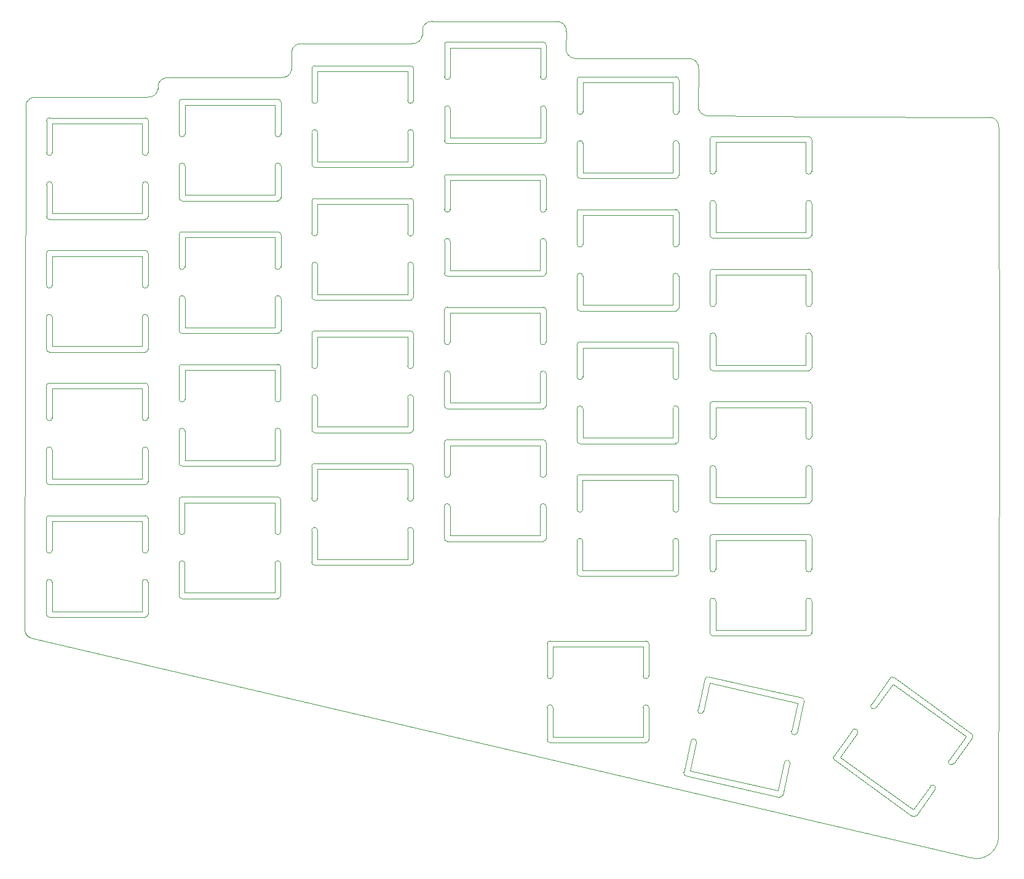
<source format=gko>
G04*
G04 #@! TF.GenerationSoftware,Altium Limited,Altium Designer,23.0.1 (38)*
G04*
G04 Layer_Color=16711935*
%FSLAX44Y44*%
%MOMM*%
G71*
G04*
G04 #@! TF.SameCoordinates,0B1D91C4-5DF2-49A7-A8E5-8765CD2E41FD*
G04*
G04*
G04 #@! TF.FilePolarity,Positive*
G04*
G01*
G75*
%ADD50C,0.1000*%
D50*
X396397Y679003D02*
G03*
X404397Y679003I4000J0D01*
G01*
X528397D02*
G03*
X536397Y679003I4000J0D01*
G01*
Y723003D02*
G03*
X532397Y727003I-4000J0D01*
G01*
X400397D02*
G03*
X396397Y723003I0J-4000D01*
G01*
X404397Y635003D02*
G03*
X396397Y635003I-4000J0D01*
G01*
X536397D02*
G03*
X528397Y635003I-4000J0D01*
G01*
X532397Y587003D02*
G03*
X536397Y591003I0J4000D01*
G01*
X396397D02*
G03*
X400397Y587003I4000J0D01*
G01*
X769477Y437197D02*
G03*
X761477Y437197I-4000J0D01*
G01*
X901477D02*
G03*
X893477Y437197I-4000J0D01*
G01*
X897477Y389197D02*
G03*
X901477Y393197I0J4000D01*
G01*
X761477D02*
G03*
X765477Y389197I4000J0D01*
G01*
X761477Y481197D02*
G03*
X769477Y481197I4000J0D01*
G01*
X893477D02*
G03*
X901477Y481197I4000J0D01*
G01*
Y525197D02*
G03*
X897477Y529197I-4000J0D01*
G01*
X765477D02*
G03*
X761477Y525197I0J-4000D01*
G01*
X761533Y663826D02*
G03*
X769533Y663826I4000J0D01*
G01*
X893533D02*
G03*
X901533Y663826I4000J0D01*
G01*
Y707826D02*
G03*
X897533Y711826I-4000J0D01*
G01*
X765533D02*
G03*
X761533Y707826I0J-4000D01*
G01*
X769533Y619826D02*
G03*
X761533Y619826I-4000J0D01*
G01*
X901533D02*
G03*
X893533Y619826I-4000J0D01*
G01*
X897533Y571826D02*
G03*
X901533Y575826I0J4000D01*
G01*
X761533D02*
G03*
X765533Y571826I4000J0D01*
G01*
X586892Y485194D02*
G03*
X578892Y485194I-4000J0D01*
G01*
X718892D02*
G03*
X710892Y485194I-4000J0D01*
G01*
X714892Y437194D02*
G03*
X718892Y441194I0J4000D01*
G01*
X578892D02*
G03*
X582892Y437194I4000J0D01*
G01*
X578892Y529194D02*
G03*
X586892Y529194I4000J0D01*
G01*
X710892D02*
G03*
X718892Y529194I4000J0D01*
G01*
Y573194D02*
G03*
X714892Y577194I-4000J0D01*
G01*
X582892D02*
G03*
X578892Y573194I0J-4000D01*
G01*
X579061Y1077081D02*
G03*
X587061Y1077081I4000J0D01*
G01*
X711061D02*
G03*
X719061Y1077081I4000J0D01*
G01*
Y1121081D02*
G03*
X715061Y1125081I-4000J0D01*
G01*
X583061D02*
G03*
X579061Y1121081I0J-4000D01*
G01*
X587061Y1033081D02*
G03*
X579061Y1033081I-4000J0D01*
G01*
X719061D02*
G03*
X711061Y1033081I-4000J0D01*
G01*
X715061Y985081D02*
G03*
X719061Y989081I0J4000D01*
G01*
X579061D02*
G03*
X583061Y985081I4000J0D01*
G01*
X952552Y902867D02*
G03*
X944552Y902867I-4000J0D01*
G01*
X1084552D02*
G03*
X1076552Y902867I-4000J0D01*
G01*
X1080552Y854867D02*
G03*
X1084552Y858867I0J4000D01*
G01*
X944552D02*
G03*
X948552Y854867I4000J0D01*
G01*
X944552Y946867D02*
G03*
X952552Y946867I4000J0D01*
G01*
X1076552D02*
G03*
X1084552Y946867I4000J0D01*
G01*
Y990867D02*
G03*
X1080552Y994867I-4000J0D01*
G01*
X948552D02*
G03*
X944552Y990867I0J-4000D01*
G01*
X396453Y861632D02*
G03*
X404453Y861632I4000J0D01*
G01*
X528453D02*
G03*
X536453Y861632I4000J0D01*
G01*
Y905632D02*
G03*
X532453Y909632I-4000J0D01*
G01*
X400453D02*
G03*
X396453Y905632I0J-4000D01*
G01*
X404453Y817632D02*
G03*
X396453Y817632I-4000J0D01*
G01*
X536453D02*
G03*
X528453Y817632I-4000J0D01*
G01*
X532453Y769632D02*
G03*
X536453Y773632I0J4000D01*
G01*
X396453D02*
G03*
X400453Y769632I4000J0D01*
G01*
X221800Y771658D02*
G03*
X213800Y771658I-4000J0D01*
G01*
X353800D02*
G03*
X345800Y771658I-4000J0D01*
G01*
X349800Y723658D02*
G03*
X353800Y727658I0J4000D01*
G01*
X213800D02*
G03*
X217800Y723658I4000J0D01*
G01*
X213800Y815658D02*
G03*
X221800Y815658I4000J0D01*
G01*
X345800D02*
G03*
X353800Y815658I4000J0D01*
G01*
Y859658D02*
G03*
X349800Y863658I-4000J0D01*
G01*
X217800D02*
G03*
X213800Y859658I0J-4000D01*
G01*
Y998287D02*
G03*
X221800Y998287I4000J0D01*
G01*
X345800D02*
G03*
X353800Y998287I4000J0D01*
G01*
Y1042287D02*
G03*
X349800Y1046287I-4000J0D01*
G01*
X217800D02*
G03*
X213800Y1042287I0J-4000D01*
G01*
X221800Y954287D02*
G03*
X213800Y954287I-4000J0D01*
G01*
X353800D02*
G03*
X345800Y954287I-4000J0D01*
G01*
X349800Y906287D02*
G03*
X353800Y910287I0J4000D01*
G01*
X213800D02*
G03*
X217800Y906287I4000J0D01*
G01*
X769589Y802455D02*
G03*
X761589Y802455I-4000J0D01*
G01*
X901589D02*
G03*
X893589Y802455I-4000J0D01*
G01*
X897589Y754455D02*
G03*
X901589Y758455I0J4000D01*
G01*
X761589D02*
G03*
X765589Y754455I4000J0D01*
G01*
X761589Y846455D02*
G03*
X769589Y846455I4000J0D01*
G01*
X893589D02*
G03*
X901589Y846455I4000J0D01*
G01*
Y890455D02*
G03*
X897589Y894455I-4000J0D01*
G01*
X765589D02*
G03*
X761589Y890455I0J-4000D01*
G01*
X578948Y711823D02*
G03*
X586949Y711823I4000J0D01*
G01*
X710948D02*
G03*
X718948Y711823I4000J0D01*
G01*
Y755823D02*
G03*
X714948Y759823I-4000J0D01*
G01*
X582948D02*
G03*
X578948Y755823I0J-4000D01*
G01*
X586949Y667823D02*
G03*
X578948Y667823I-4000J0D01*
G01*
X718948D02*
G03*
X710948Y667823I-4000J0D01*
G01*
X714948Y619823D02*
G03*
X718948Y623823I0J4000D01*
G01*
X578948D02*
G03*
X582948Y619823I4000J0D01*
G01*
X952617Y720238D02*
G03*
X944617Y720238I-4000J0D01*
G01*
X1084617D02*
G03*
X1076617Y720238I-4000J0D01*
G01*
X1080617Y672238D02*
G03*
X1084617Y676238I0J4000D01*
G01*
X944617D02*
G03*
X948617Y672238I4000J0D01*
G01*
X944617Y764238D02*
G03*
X952617Y764238I4000J0D01*
G01*
X1076617D02*
G03*
X1084617Y764238I4000J0D01*
G01*
Y808238D02*
G03*
X1080617Y812238I-4000J0D01*
G01*
X948617D02*
G03*
X944617Y808238I0J-4000D01*
G01*
X944561Y581609D02*
G03*
X952561Y581609I4000J0D01*
G01*
X1076561D02*
G03*
X1084561Y581609I4000J0D01*
G01*
Y625609D02*
G03*
X1080561Y629609I-4000J0D01*
G01*
X948561D02*
G03*
X944561Y625609I0J-4000D01*
G01*
X952561Y537609D02*
G03*
X944561Y537609I-4000J0D01*
G01*
X1084561D02*
G03*
X1076561Y537609I-4000J0D01*
G01*
X1080561Y489609D02*
G03*
X1084561Y493609I0J4000D01*
G01*
X944561D02*
G03*
X948561Y489609I4000J0D01*
G01*
X221700Y589029D02*
G03*
X213700Y589029I-4000J0D01*
G01*
X353700D02*
G03*
X345700Y589029I-4000J0D01*
G01*
X349700Y541029D02*
G03*
X353700Y545028I0J4000D01*
G01*
X213700D02*
G03*
X217700Y541029I4000J0D01*
G01*
X213700Y633028D02*
G03*
X221700Y633028I4000J0D01*
G01*
X345700D02*
G03*
X353700Y633028I4000J0D01*
G01*
Y677029D02*
G03*
X349700Y681029I-4000J0D01*
G01*
X217700D02*
G03*
X213700Y677029I0J-4000D01*
G01*
X396300Y496373D02*
G03*
X404300Y496373I4000J0D01*
G01*
X528300D02*
G03*
X536300Y496373I4000J0D01*
G01*
Y540373D02*
G03*
X532300Y544374I-4000J0D01*
G01*
X400300D02*
G03*
X396300Y540373I0J-4000D01*
G01*
X404300Y452374D02*
G03*
X396300Y452374I-4000J0D01*
G01*
X536300D02*
G03*
X528300Y452374I-4000J0D01*
G01*
X532300Y404374D02*
G03*
X536300Y408373I0J4000D01*
G01*
X396300D02*
G03*
X400300Y404374I4000J0D01*
G01*
X221660Y406399D02*
G03*
X213660Y406399I-4000J0D01*
G01*
X353660D02*
G03*
X345660Y406399I-4000J0D01*
G01*
X349660Y358399D02*
G03*
X353660Y362399I0J4000D01*
G01*
X213660D02*
G03*
X217660Y358399I4000J0D01*
G01*
X213660Y450399D02*
G03*
X221660Y450399I4000J0D01*
G01*
X345660D02*
G03*
X353660Y450399I4000J0D01*
G01*
Y494399D02*
G03*
X349660Y498399I-4000J0D01*
G01*
X217660D02*
G03*
X213660Y494399I0J-4000D01*
G01*
X31199Y972611D02*
G03*
X39199Y972611I4000J0D01*
G01*
X163199D02*
G03*
X171199Y972611I4000J0D01*
G01*
Y1016611D02*
G03*
X167199Y1020611I-4000J0D01*
G01*
X35199D02*
G03*
X31199Y1016611I0J-4000D01*
G01*
X39199Y928612D02*
G03*
X31199Y928612I-4000J0D01*
G01*
X171199D02*
G03*
X163199Y928612I-4000J0D01*
G01*
X167199Y880611D02*
G03*
X171199Y884612I0J4000D01*
G01*
X31199D02*
G03*
X35199Y880611I4000J0D01*
G01*
X39143Y745982D02*
G03*
X31143Y745982I-4000J0D01*
G01*
X171143D02*
G03*
X163143Y745982I-4000J0D01*
G01*
X167143Y697982D02*
G03*
X171143Y701982I0J4000D01*
G01*
X31143D02*
G03*
X35143Y697982I4000J0D01*
G01*
X31143Y789982D02*
G03*
X39143Y789982I4000J0D01*
G01*
X163143D02*
G03*
X171143Y789982I4000J0D01*
G01*
Y833982D02*
G03*
X167143Y837982I-4000J0D01*
G01*
X35143D02*
G03*
X31143Y833982I0J-4000D01*
G01*
X31086Y607353D02*
G03*
X39086Y607353I4000J0D01*
G01*
X163086D02*
G03*
X171086Y607353I4000J0D01*
G01*
Y651353D02*
G03*
X167086Y655353I-4000J0D01*
G01*
X35086D02*
G03*
X31086Y651353I0J-4000D01*
G01*
X39086Y563353D02*
G03*
X31086Y563353I-4000J0D01*
G01*
X171086D02*
G03*
X163086Y563353I-4000J0D01*
G01*
X167086Y515353D02*
G03*
X171086Y519353I0J4000D01*
G01*
X31086D02*
G03*
X35086Y515353I4000J0D01*
G01*
X39030Y380724D02*
G03*
X31030Y380724I-4000J0D01*
G01*
X171030D02*
G03*
X163030Y380724I-4000J0D01*
G01*
X167030Y332724D02*
G03*
X171030Y336724I0J4000D01*
G01*
X31030D02*
G03*
X35030Y332724I4000J0D01*
G01*
X31030Y424724D02*
G03*
X39030Y424724I4000J0D01*
G01*
X163030D02*
G03*
X171030Y424724I4000J0D01*
G01*
Y468724D02*
G03*
X167030Y472724I-4000J0D01*
G01*
X35030D02*
G03*
X31030Y468724I0J-4000D01*
G01*
X944658Y398964D02*
G03*
X952658Y398964I4000J0D01*
G01*
X1076658D02*
G03*
X1084658Y398964I4000J0D01*
G01*
Y442964D02*
G03*
X1080658Y446964I-4000J0D01*
G01*
X948658D02*
G03*
X944658Y442964I0J-4000D01*
G01*
X952658Y354964D02*
G03*
X944658Y354964I-4000J0D01*
G01*
X1084658D02*
G03*
X1076658Y354964I-4000J0D01*
G01*
X1080658Y306964D02*
G03*
X1084658Y310964I0J4000D01*
G01*
X944658D02*
G03*
X948658Y306964I4000J0D01*
G01*
X728500Y208000D02*
G03*
X720500Y208000I-4000J0D01*
G01*
X860500D02*
G03*
X852500Y208000I-4000J0D01*
G01*
X856500Y160000D02*
G03*
X860500Y164000I0J4000D01*
G01*
X720500D02*
G03*
X724500Y160000I4000J0D01*
G01*
X720500Y252000D02*
G03*
X728500Y252000I4000J0D01*
G01*
X852500D02*
G03*
X860500Y252000I4000J0D01*
G01*
Y296000D02*
G03*
X856500Y300000I-4000J0D01*
G01*
X724500D02*
G03*
X720500Y296000I0J-4000D01*
G01*
X927962Y204737D02*
G03*
X935764Y202964I3901J-886D01*
G01*
X1056682Y175492D02*
G03*
X1064483Y173720I3901J-886D01*
G01*
X1074231Y216626D02*
G03*
X1071217Y221413I-3901J886D01*
G01*
X942497Y250658D02*
G03*
X937710Y247643I-886J-3901D01*
G01*
X926015Y160058D02*
G03*
X918214Y161830I-3901J886D01*
G01*
X1054735Y130813D02*
G03*
X1046934Y132586I-3901J886D01*
G01*
X1040200Y84892D02*
G03*
X1044987Y87907I886J3901D01*
G01*
X908466Y118924D02*
G03*
X911480Y114137I3901J-886D01*
G01*
X1147327Y172514D02*
G03*
X1140839Y177193I-3244J2340D01*
G01*
X1254388Y95299D02*
G03*
X1247899Y99979I-3244J2340D01*
G01*
X1223066Y58708D02*
G03*
X1228650Y59612I2340J3244D01*
G01*
X1115101Y141507D02*
G03*
X1116005Y135922I3244J-2340D01*
G01*
X1166577Y212880D02*
G03*
X1173066Y208200I3244J-2340D01*
G01*
X1273637Y135666D02*
G03*
X1280126Y130986I3244J-2340D01*
G01*
X1305864Y166673D02*
G03*
X1304960Y172257I-3244J2340D01*
G01*
X1197899Y249471D02*
G03*
X1192315Y248567I-2340J-3244D01*
G01*
X761849Y1029084D02*
G03*
X769849Y1029084I4000J0D01*
G01*
X893849D02*
G03*
X901849Y1029084I4000J0D01*
G01*
Y1073084D02*
G03*
X897849Y1077084I-4000J0D01*
G01*
X765849D02*
G03*
X761849Y1073084I0J-4000D01*
G01*
X769849Y985084D02*
G03*
X761849Y985084I-4000J0D01*
G01*
X901849D02*
G03*
X893849Y985084I-4000J0D01*
G01*
X897849Y937084D02*
G03*
X901849Y941084I0J4000D01*
G01*
X761849D02*
G03*
X765849Y937084I4000J0D01*
G01*
X404510Y1000261D02*
G03*
X396510Y1000261I-4000J0D01*
G01*
X536510D02*
G03*
X528509Y1000261I-4000J0D01*
G01*
X532509Y952261D02*
G03*
X536510Y956261I0J4000D01*
G01*
X396510D02*
G03*
X400509Y952261I4000J0D01*
G01*
X396510Y1044261D02*
G03*
X404510Y1044261I4000J0D01*
G01*
X528509D02*
G03*
X536510Y1044261I4000J0D01*
G01*
Y1088261D02*
G03*
X532509Y1092261I-4000J0D01*
G01*
X400509D02*
G03*
X396510Y1088261I0J-4000D01*
G01*
X579005Y894452D02*
G03*
X587005Y894452I4000J0D01*
G01*
X711004D02*
G03*
X719005Y894452I4000J0D01*
G01*
Y938452D02*
G03*
X715005Y942452I-4000J0D01*
G01*
X583005D02*
G03*
X579005Y938452I0J-4000D01*
G01*
X587005Y850452D02*
G03*
X579005Y850452I-4000J0D01*
G01*
X719005D02*
G03*
X711004Y850452I-4000J0D01*
G01*
X715005Y802452D02*
G03*
X719005Y806452I0J4000D01*
G01*
X579005D02*
G03*
X583005Y802452I4000J0D01*
G01*
X1303468Y1373D02*
G03*
X1341680Y27342I8211J29016D01*
G01*
X1342032Y1007423D02*
G03*
X1330680Y1021342I-12635J1283D01*
G01*
X928589Y1037406D02*
G03*
X939941Y1023488I12635J-1283D01*
G01*
X928772Y1088278D02*
G03*
X917420Y1102196I-12635J1284D01*
G01*
X746589Y1116406D02*
G03*
X757941Y1102488I12635J-1283D01*
G01*
X746772Y1139277D02*
G03*
X735420Y1153196I-12635J1283D01*
G01*
X562745Y1153433D02*
G03*
X548826Y1142081I-1283J-12635D01*
G01*
X534762Y1122990D02*
G03*
X548680Y1134342I1283J12635D01*
G01*
X382599Y1122693D02*
G03*
X368680Y1111342I-1283J-12635D01*
G01*
X354762Y1075990D02*
G03*
X368680Y1087342I1283J12635D01*
G01*
X198599Y1075693D02*
G03*
X184680Y1064342I-1283J-12635D01*
G01*
X170762Y1048990D02*
G03*
X184680Y1060342I1283J12635D01*
G01*
X16599Y1048693D02*
G03*
X2680Y1037342I-1283J-12635D01*
G01*
X1329Y317260D02*
G03*
X10506Y303757I12635J-1283D01*
G01*
X715005Y802452D02*
G03*
X719005Y806452I0J4000D01*
G01*
X579005D02*
G03*
X583005Y802452I4000J0D01*
G01*
Y942452D02*
G03*
X579005Y938452I0J-4000D01*
G01*
X719005D02*
G03*
X715005Y942452I-4000J0D01*
G01*
X587005Y850452D02*
G03*
X579005Y850452I-4000J-0D01*
G01*
Y894452D02*
G03*
X587005Y894452I4000J0D01*
G01*
X719005Y850452D02*
G03*
X711004Y850452I-4000J-0D01*
G01*
Y894452D02*
G03*
X719005Y894452I4000J0D01*
G01*
X528509Y1044261D02*
G03*
X536510Y1044261I4000J0D01*
G01*
Y1000261D02*
G03*
X528509Y1000261I-4000J-0D01*
G01*
X396510Y1044261D02*
G03*
X404510Y1044261I4000J0D01*
G01*
Y1000261D02*
G03*
X396510Y1000261I-4000J-0D01*
G01*
X536510Y1088261D02*
G03*
X532509Y1092261I-4000J0D01*
G01*
X400509D02*
G03*
X396510Y1088261I0J-4000D01*
G01*
Y956261D02*
G03*
X400509Y952261I4000J0D01*
G01*
X532509D02*
G03*
X536510Y956261I0J4000D01*
G01*
X897849Y937084D02*
G03*
X901849Y941084I0J4000D01*
G01*
X761849D02*
G03*
X765849Y937084I4000J0D01*
G01*
Y1077084D02*
G03*
X761849Y1073084I0J-4000D01*
G01*
X901849D02*
G03*
X897849Y1077084I-4000J0D01*
G01*
X769849Y985084D02*
G03*
X761849Y985084I-4000J-0D01*
G01*
Y1029084D02*
G03*
X769849Y1029084I4000J0D01*
G01*
X901849Y985084D02*
G03*
X893849Y985084I-4000J-0D01*
G01*
Y1029084D02*
G03*
X901849Y1029084I4000J0D01*
G01*
X1273637Y135666D02*
G03*
X1280126Y130986I3244J-2340D01*
G01*
X1254388Y95299D02*
G03*
X1247899Y99979I-3244J2340D01*
G01*
X1166577Y212880D02*
G03*
X1173066Y208200I3244J-2340D01*
G01*
X1147327Y172514D02*
G03*
X1140839Y177193I-3244J2340D01*
G01*
X1305864Y166673D02*
G03*
X1304960Y172257I-3244J2340D01*
G01*
X1197899Y249471D02*
G03*
X1192315Y248567I-2340J-3244D01*
G01*
X1115101Y141507D02*
G03*
X1116005Y135922I3244J-2340D01*
G01*
X1223066Y58708D02*
G03*
X1228650Y59612I2340J3244D01*
G01*
X1040200Y84892D02*
G03*
X1044987Y87907I886J3901D01*
G01*
X908466Y118924D02*
G03*
X911480Y114137I3901J-886D01*
G01*
X942497Y250658D02*
G03*
X937710Y247643I-886J-3901D01*
G01*
X1074231Y216626D02*
G03*
X1071217Y221413I-3901J886D01*
G01*
X926015Y160058D02*
G03*
X918214Y161830I-3901J886D01*
G01*
X927962Y204737D02*
G03*
X935764Y202964I3901J-886D01*
G01*
X1054735Y130813D02*
G03*
X1046934Y132586I-3901J886D01*
G01*
X1056682Y175492D02*
G03*
X1064483Y173720I3901J-886D01*
G01*
X852500Y252000D02*
G03*
X860500Y252000I4000J0D01*
G01*
Y208000D02*
G03*
X852500Y208000I-4000J-0D01*
G01*
X720500Y252000D02*
G03*
X728500Y252000I4000J0D01*
G01*
Y208000D02*
G03*
X720500Y208000I-4000J-0D01*
G01*
X860500Y296000D02*
G03*
X856500Y300000I-4000J0D01*
G01*
X724500D02*
G03*
X720500Y296000I0J-4000D01*
G01*
Y164000D02*
G03*
X724500Y160000I4000J0D01*
G01*
X856500D02*
G03*
X860500Y164000I0J4000D01*
G01*
X1080658Y306964D02*
G03*
X1084658Y310964I0J4000D01*
G01*
X944658D02*
G03*
X948658Y306964I4000J0D01*
G01*
Y446964D02*
G03*
X944658Y442964I0J-4000D01*
G01*
X1084658D02*
G03*
X1080658Y446964I-4000J0D01*
G01*
X952658Y354964D02*
G03*
X944658Y354964I-4000J-0D01*
G01*
Y398964D02*
G03*
X952658Y398964I4000J0D01*
G01*
X1084658Y354964D02*
G03*
X1076658Y354964I-4000J-0D01*
G01*
Y398964D02*
G03*
X1084658Y398964I4000J0D01*
G01*
X163030Y424724D02*
G03*
X171030Y424724I4000J0D01*
G01*
Y380724D02*
G03*
X163030Y380724I-4000J-0D01*
G01*
X31030Y424724D02*
G03*
X39030Y424724I4000J0D01*
G01*
Y380724D02*
G03*
X31030Y380724I-4000J-0D01*
G01*
X171030Y468724D02*
G03*
X167030Y472724I-4000J0D01*
G01*
X35030D02*
G03*
X31030Y468724I0J-4000D01*
G01*
Y336724D02*
G03*
X35030Y332724I4000J0D01*
G01*
X167030D02*
G03*
X171030Y336724I0J4000D01*
G01*
X167086Y515353D02*
G03*
X171086Y519353I0J4000D01*
G01*
X31086D02*
G03*
X35086Y515353I4000J0D01*
G01*
Y655353D02*
G03*
X31086Y651353I0J-4000D01*
G01*
X171086D02*
G03*
X167086Y655353I-4000J0D01*
G01*
X39086Y563353D02*
G03*
X31086Y563353I-4000J-0D01*
G01*
Y607353D02*
G03*
X39086Y607353I4000J0D01*
G01*
X171086Y563353D02*
G03*
X163086Y563353I-4000J-0D01*
G01*
Y607353D02*
G03*
X171086Y607353I4000J0D01*
G01*
X163143Y789982D02*
G03*
X171143Y789982I4000J0D01*
G01*
Y745982D02*
G03*
X163143Y745982I-4000J-0D01*
G01*
X31143Y789982D02*
G03*
X39143Y789982I4000J0D01*
G01*
Y745982D02*
G03*
X31143Y745982I-4000J-0D01*
G01*
X171143Y833982D02*
G03*
X167143Y837982I-4000J0D01*
G01*
X35143D02*
G03*
X31143Y833982I0J-4000D01*
G01*
Y701982D02*
G03*
X35143Y697982I4000J0D01*
G01*
X167143D02*
G03*
X171143Y701982I0J4000D01*
G01*
X167199Y880611D02*
G03*
X171199Y884612I0J4000D01*
G01*
X31199D02*
G03*
X35199Y880611I4000J0D01*
G01*
Y1020611D02*
G03*
X31199Y1016611I0J-4000D01*
G01*
X171199D02*
G03*
X167199Y1020611I-4000J0D01*
G01*
X39199Y928612D02*
G03*
X31199Y928612I-4000J-0D01*
G01*
Y972611D02*
G03*
X39199Y972611I4000J0D01*
G01*
X171199Y928612D02*
G03*
X163199Y928612I-4000J-0D01*
G01*
Y972611D02*
G03*
X171199Y972611I4000J0D01*
G01*
X345660Y450399D02*
G03*
X353660Y450399I4000J0D01*
G01*
Y406399D02*
G03*
X345660Y406399I-4000J-0D01*
G01*
X213660Y450399D02*
G03*
X221660Y450399I4000J0D01*
G01*
Y406399D02*
G03*
X213660Y406399I-4000J-0D01*
G01*
X353660Y494399D02*
G03*
X349660Y498399I-4000J0D01*
G01*
X217660D02*
G03*
X213660Y494399I0J-4000D01*
G01*
Y362399D02*
G03*
X217660Y358399I4000J0D01*
G01*
X349660D02*
G03*
X353660Y362399I0J4000D01*
G01*
X532300Y404374D02*
G03*
X536300Y408373I0J4000D01*
G01*
X396300D02*
G03*
X400300Y404374I4000J0D01*
G01*
Y544374D02*
G03*
X396300Y540373I0J-4000D01*
G01*
X536300D02*
G03*
X532300Y544374I-4000J0D01*
G01*
X404300Y452374D02*
G03*
X396300Y452374I-4000J-0D01*
G01*
Y496373D02*
G03*
X404300Y496373I4000J0D01*
G01*
X536300Y452374D02*
G03*
X528300Y452374I-4000J-0D01*
G01*
Y496373D02*
G03*
X536300Y496373I4000J0D01*
G01*
X345700Y633028D02*
G03*
X353700Y633028I4000J0D01*
G01*
Y589029D02*
G03*
X345700Y589029I-4000J-0D01*
G01*
X213700Y633028D02*
G03*
X221700Y633028I4000J0D01*
G01*
Y589029D02*
G03*
X213700Y589029I-4000J-0D01*
G01*
X353700Y677029D02*
G03*
X349700Y681029I-4000J0D01*
G01*
X217700D02*
G03*
X213700Y677029I0J-4000D01*
G01*
Y545028D02*
G03*
X217700Y541029I4000J0D01*
G01*
X349700D02*
G03*
X353700Y545028I0J4000D01*
G01*
X1080561Y489609D02*
G03*
X1084561Y493609I0J4000D01*
G01*
X944561D02*
G03*
X948561Y489609I4000J0D01*
G01*
Y629609D02*
G03*
X944561Y625609I0J-4000D01*
G01*
X1084561D02*
G03*
X1080561Y629609I-4000J0D01*
G01*
X952561Y537609D02*
G03*
X944561Y537609I-4000J-0D01*
G01*
Y581609D02*
G03*
X952561Y581609I4000J0D01*
G01*
X1084561Y537609D02*
G03*
X1076561Y537609I-4000J-0D01*
G01*
Y581609D02*
G03*
X1084561Y581609I4000J0D01*
G01*
X1076617Y764238D02*
G03*
X1084617Y764238I4000J0D01*
G01*
Y720238D02*
G03*
X1076617Y720238I-4000J-0D01*
G01*
X944617Y764238D02*
G03*
X952617Y764238I4000J0D01*
G01*
Y720238D02*
G03*
X944617Y720238I-4000J-0D01*
G01*
X1084617Y808238D02*
G03*
X1080617Y812238I-4000J0D01*
G01*
X948617D02*
G03*
X944617Y808238I0J-4000D01*
G01*
Y676238D02*
G03*
X948617Y672238I4000J0D01*
G01*
X1080617D02*
G03*
X1084617Y676238I0J4000D01*
G01*
X714948Y619823D02*
G03*
X718948Y623823I0J4000D01*
G01*
X578948D02*
G03*
X582948Y619823I4000J0D01*
G01*
Y759823D02*
G03*
X578948Y755823I0J-4000D01*
G01*
X718948D02*
G03*
X714948Y759823I-4000J0D01*
G01*
X586949Y667823D02*
G03*
X578948Y667823I-4000J-0D01*
G01*
Y711823D02*
G03*
X586949Y711823I4000J0D01*
G01*
X718948Y667823D02*
G03*
X710948Y667823I-4000J-0D01*
G01*
Y711823D02*
G03*
X718948Y711823I4000J0D01*
G01*
X893589Y846455D02*
G03*
X901589Y846455I4000J0D01*
G01*
Y802455D02*
G03*
X893589Y802455I-4000J-0D01*
G01*
X761589Y846455D02*
G03*
X769589Y846455I4000J0D01*
G01*
Y802455D02*
G03*
X761589Y802455I-4000J-0D01*
G01*
X901589Y890455D02*
G03*
X897589Y894455I-4000J0D01*
G01*
X765589D02*
G03*
X761589Y890455I0J-4000D01*
G01*
Y758455D02*
G03*
X765589Y754455I4000J0D01*
G01*
X897589D02*
G03*
X901589Y758455I0J4000D01*
G01*
X349800Y906287D02*
G03*
X353800Y910287I0J4000D01*
G01*
X213800D02*
G03*
X217800Y906287I4000J0D01*
G01*
Y1046287D02*
G03*
X213800Y1042287I0J-4000D01*
G01*
X353800D02*
G03*
X349800Y1046287I-4000J0D01*
G01*
X221800Y954287D02*
G03*
X213800Y954287I-4000J-0D01*
G01*
Y998287D02*
G03*
X221800Y998287I4000J0D01*
G01*
X353800Y954287D02*
G03*
X345800Y954287I-4000J-0D01*
G01*
Y998287D02*
G03*
X353800Y998287I4000J0D01*
G01*
X345800Y815658D02*
G03*
X353800Y815658I4000J0D01*
G01*
Y771658D02*
G03*
X345800Y771658I-4000J-0D01*
G01*
X213800Y815658D02*
G03*
X221800Y815658I4000J0D01*
G01*
Y771658D02*
G03*
X213800Y771658I-4000J-0D01*
G01*
X353800Y859658D02*
G03*
X349800Y863658I-4000J0D01*
G01*
X217800D02*
G03*
X213800Y859658I0J-4000D01*
G01*
Y727658D02*
G03*
X217800Y723658I4000J0D01*
G01*
X349800D02*
G03*
X353800Y727658I0J4000D01*
G01*
X532453Y769632D02*
G03*
X536453Y773632I0J4000D01*
G01*
X396453D02*
G03*
X400453Y769632I4000J0D01*
G01*
Y909632D02*
G03*
X396453Y905632I0J-4000D01*
G01*
X536453D02*
G03*
X532453Y909632I-4000J0D01*
G01*
X404453Y817632D02*
G03*
X396453Y817632I-4000J-0D01*
G01*
Y861632D02*
G03*
X404453Y861632I4000J0D01*
G01*
X536453Y817632D02*
G03*
X528453Y817632I-4000J-0D01*
G01*
Y861632D02*
G03*
X536453Y861632I4000J0D01*
G01*
X1076552Y946867D02*
G03*
X1084552Y946867I4000J0D01*
G01*
Y902867D02*
G03*
X1076552Y902867I-4000J-0D01*
G01*
X944552Y946867D02*
G03*
X952552Y946867I4000J0D01*
G01*
Y902867D02*
G03*
X944552Y902867I-4000J-0D01*
G01*
X1084552Y990867D02*
G03*
X1080552Y994867I-4000J0D01*
G01*
X948552D02*
G03*
X944552Y990867I0J-4000D01*
G01*
Y858867D02*
G03*
X948552Y854867I4000J0D01*
G01*
X1080552D02*
G03*
X1084552Y858867I0J4000D01*
G01*
X715061Y985081D02*
G03*
X719061Y989081I0J4000D01*
G01*
X579061D02*
G03*
X583061Y985081I4000J0D01*
G01*
Y1125081D02*
G03*
X579061Y1121081I0J-4000D01*
G01*
X719061D02*
G03*
X715061Y1125081I-4000J0D01*
G01*
X587061Y1033081D02*
G03*
X579061Y1033081I-4000J-0D01*
G01*
Y1077081D02*
G03*
X587061Y1077081I4000J0D01*
G01*
X719061Y1033081D02*
G03*
X711061Y1033081I-4000J-0D01*
G01*
Y1077081D02*
G03*
X719061Y1077081I4000J0D01*
G01*
X710892Y529194D02*
G03*
X718892Y529194I4000J0D01*
G01*
Y485194D02*
G03*
X710892Y485194I-4000J-0D01*
G01*
X578892Y529194D02*
G03*
X586892Y529194I4000J0D01*
G01*
Y485194D02*
G03*
X578892Y485194I-4000J-0D01*
G01*
X718892Y573194D02*
G03*
X714892Y577194I-4000J0D01*
G01*
X582892D02*
G03*
X578892Y573194I0J-4000D01*
G01*
Y441194D02*
G03*
X582892Y437194I4000J0D01*
G01*
X714892D02*
G03*
X718892Y441194I0J4000D01*
G01*
X897533Y571826D02*
G03*
X901533Y575826I0J4000D01*
G01*
X761533D02*
G03*
X765533Y571826I4000J0D01*
G01*
Y711826D02*
G03*
X761533Y707826I0J-4000D01*
G01*
X901533D02*
G03*
X897533Y711826I-4000J0D01*
G01*
X769533Y619826D02*
G03*
X761533Y619826I-4000J-0D01*
G01*
Y663826D02*
G03*
X769533Y663826I4000J0D01*
G01*
X901533Y619826D02*
G03*
X893533Y619826I-4000J-0D01*
G01*
Y663826D02*
G03*
X901533Y663826I4000J0D01*
G01*
X893477Y481197D02*
G03*
X901477Y481197I4000J0D01*
G01*
Y437197D02*
G03*
X893477Y437197I-4000J-0D01*
G01*
X761477Y481197D02*
G03*
X769477Y481197I4000J0D01*
G01*
Y437197D02*
G03*
X761477Y437197I-4000J-0D01*
G01*
X901477Y525197D02*
G03*
X897477Y529197I-4000J0D01*
G01*
X765477D02*
G03*
X761477Y525197I0J-4000D01*
G01*
Y393197D02*
G03*
X765477Y389197I4000J0D01*
G01*
X897477D02*
G03*
X901477Y393197I0J4000D01*
G01*
X532397Y587003D02*
G03*
X536397Y591003I0J4000D01*
G01*
X396397D02*
G03*
X400397Y587003I4000J0D01*
G01*
Y727003D02*
G03*
X396397Y723003I0J-4000D01*
G01*
X536397D02*
G03*
X532397Y727003I-4000J0D01*
G01*
X404397Y635003D02*
G03*
X396397Y635003I-4000J-0D01*
G01*
Y679003D02*
G03*
X404397Y679003I4000J0D01*
G01*
X536397Y635003D02*
G03*
X528397Y635003I-4000J-0D01*
G01*
Y679003D02*
G03*
X536397Y679003I4000J0D01*
G01*
X404397Y635003D02*
G03*
X396397Y635003I-4000J0D01*
G01*
X536397D02*
G03*
X528397Y635003I-4000J0D01*
G01*
X532397Y587003D02*
G03*
X536397Y591003I0J4000D01*
G01*
X396397D02*
G03*
X400397Y587003I4000J0D01*
G01*
X396397Y679003D02*
G03*
X404397Y679003I4000J0D01*
G01*
X528397D02*
G03*
X536397Y679003I4000J0D01*
G01*
Y723003D02*
G03*
X532397Y727003I-4000J0D01*
G01*
X400397D02*
G03*
X396397Y723003I0J-4000D01*
G01*
X761477Y481197D02*
G03*
X769477Y481197I4000J0D01*
G01*
X893477D02*
G03*
X901477Y481197I4000J0D01*
G01*
Y525197D02*
G03*
X897477Y529197I-4000J0D01*
G01*
X765477D02*
G03*
X761477Y525197I0J-4000D01*
G01*
X769477Y437197D02*
G03*
X761477Y437197I-4000J0D01*
G01*
X901477D02*
G03*
X893477Y437197I-4000J0D01*
G01*
X897477Y389197D02*
G03*
X901477Y393197I0J4000D01*
G01*
X761477D02*
G03*
X765477Y389197I4000J0D01*
G01*
X769533Y619826D02*
G03*
X761533Y619826I-4000J0D01*
G01*
X901533D02*
G03*
X893533Y619826I-4000J0D01*
G01*
X897533Y571826D02*
G03*
X901533Y575826I0J4000D01*
G01*
X761533D02*
G03*
X765533Y571826I4000J0D01*
G01*
X761533Y663826D02*
G03*
X769533Y663826I4000J0D01*
G01*
X893533D02*
G03*
X901533Y663826I4000J0D01*
G01*
Y707826D02*
G03*
X897533Y711826I-4000J0D01*
G01*
X765533D02*
G03*
X761533Y707826I0J-4000D01*
G01*
X578892Y529194D02*
G03*
X586892Y529194I4000J0D01*
G01*
X710892D02*
G03*
X718892Y529194I4000J0D01*
G01*
Y573194D02*
G03*
X714892Y577194I-4000J0D01*
G01*
X582892D02*
G03*
X578892Y573194I0J-4000D01*
G01*
X586892Y485194D02*
G03*
X578892Y485194I-4000J0D01*
G01*
X718892D02*
G03*
X710892Y485194I-4000J0D01*
G01*
X714892Y437194D02*
G03*
X718892Y441194I0J4000D01*
G01*
X578892D02*
G03*
X582892Y437194I4000J0D01*
G01*
X587061Y1033081D02*
G03*
X579061Y1033081I-4000J0D01*
G01*
X719061D02*
G03*
X711061Y1033081I-4000J0D01*
G01*
X715061Y985081D02*
G03*
X719061Y989081I0J4000D01*
G01*
X579061D02*
G03*
X583061Y985081I4000J0D01*
G01*
X579061Y1077081D02*
G03*
X587061Y1077081I4000J0D01*
G01*
X711061D02*
G03*
X719061Y1077081I4000J0D01*
G01*
Y1121081D02*
G03*
X715061Y1125081I-4000J0D01*
G01*
X583061D02*
G03*
X579061Y1121081I0J-4000D01*
G01*
X944552Y946867D02*
G03*
X952552Y946867I4000J0D01*
G01*
X1076552D02*
G03*
X1084552Y946867I4000J0D01*
G01*
Y990867D02*
G03*
X1080552Y994867I-4000J0D01*
G01*
X948552D02*
G03*
X944552Y990867I0J-4000D01*
G01*
X952552Y902867D02*
G03*
X944552Y902867I-4000J0D01*
G01*
X1084552D02*
G03*
X1076552Y902867I-4000J0D01*
G01*
X1080552Y854867D02*
G03*
X1084552Y858867I0J4000D01*
G01*
X944552D02*
G03*
X948552Y854867I4000J0D01*
G01*
X404453Y817632D02*
G03*
X396453Y817632I-4000J0D01*
G01*
X536453D02*
G03*
X528453Y817632I-4000J0D01*
G01*
X532453Y769632D02*
G03*
X536453Y773632I0J4000D01*
G01*
X396453D02*
G03*
X400453Y769632I4000J0D01*
G01*
X396453Y861632D02*
G03*
X404453Y861632I4000J0D01*
G01*
X528453D02*
G03*
X536453Y861632I4000J0D01*
G01*
Y905632D02*
G03*
X532453Y909632I-4000J0D01*
G01*
X400453D02*
G03*
X396453Y905632I0J-4000D01*
G01*
X213800Y815658D02*
G03*
X221800Y815658I4000J0D01*
G01*
X345800D02*
G03*
X353800Y815658I4000J0D01*
G01*
Y859658D02*
G03*
X349800Y863658I-4000J0D01*
G01*
X217800D02*
G03*
X213800Y859658I0J-4000D01*
G01*
X221800Y771658D02*
G03*
X213800Y771658I-4000J0D01*
G01*
X353800D02*
G03*
X345800Y771658I-4000J0D01*
G01*
X349800Y723658D02*
G03*
X353800Y727658I0J4000D01*
G01*
X213800D02*
G03*
X217800Y723658I4000J0D01*
G01*
X221800Y954287D02*
G03*
X213800Y954287I-4000J0D01*
G01*
X353800D02*
G03*
X345800Y954287I-4000J0D01*
G01*
X349800Y906287D02*
G03*
X353800Y910287I0J4000D01*
G01*
X213800D02*
G03*
X217800Y906287I4000J0D01*
G01*
X213800Y998287D02*
G03*
X221800Y998287I4000J0D01*
G01*
X345800D02*
G03*
X353800Y998287I4000J0D01*
G01*
Y1042287D02*
G03*
X349800Y1046287I-4000J0D01*
G01*
X217800D02*
G03*
X213800Y1042287I0J-4000D01*
G01*
X761589Y846455D02*
G03*
X769589Y846455I4000J0D01*
G01*
X893589D02*
G03*
X901589Y846455I4000J0D01*
G01*
Y890455D02*
G03*
X897589Y894455I-4000J0D01*
G01*
X765589D02*
G03*
X761589Y890455I0J-4000D01*
G01*
X769589Y802455D02*
G03*
X761589Y802455I-4000J0D01*
G01*
X901589D02*
G03*
X893589Y802455I-4000J0D01*
G01*
X897589Y754455D02*
G03*
X901589Y758455I0J4000D01*
G01*
X761589D02*
G03*
X765589Y754455I4000J0D01*
G01*
X586949Y667823D02*
G03*
X578948Y667823I-4000J0D01*
G01*
X718948D02*
G03*
X710948Y667823I-4000J0D01*
G01*
X714948Y619823D02*
G03*
X718948Y623823I0J4000D01*
G01*
X578948D02*
G03*
X582948Y619823I4000J0D01*
G01*
X578948Y711823D02*
G03*
X586949Y711823I4000J0D01*
G01*
X710948D02*
G03*
X718948Y711823I4000J0D01*
G01*
Y755823D02*
G03*
X714948Y759823I-4000J0D01*
G01*
X582948D02*
G03*
X578948Y755823I0J-4000D01*
G01*
X944617Y764238D02*
G03*
X952617Y764238I4000J0D01*
G01*
X1076617D02*
G03*
X1084617Y764238I4000J0D01*
G01*
Y808238D02*
G03*
X1080617Y812238I-4000J0D01*
G01*
X948617D02*
G03*
X944617Y808238I0J-4000D01*
G01*
X952617Y720238D02*
G03*
X944617Y720238I-4000J0D01*
G01*
X1084617D02*
G03*
X1076617Y720238I-4000J0D01*
G01*
X1080617Y672238D02*
G03*
X1084617Y676238I0J4000D01*
G01*
X944617D02*
G03*
X948617Y672238I4000J0D01*
G01*
X952561Y537609D02*
G03*
X944561Y537609I-4000J0D01*
G01*
X1084561D02*
G03*
X1076561Y537609I-4000J0D01*
G01*
X1080561Y489609D02*
G03*
X1084561Y493609I0J4000D01*
G01*
X944561D02*
G03*
X948561Y489609I4000J0D01*
G01*
X944561Y581609D02*
G03*
X952561Y581609I4000J0D01*
G01*
X1076561D02*
G03*
X1084561Y581609I4000J0D01*
G01*
Y625609D02*
G03*
X1080561Y629609I-4000J0D01*
G01*
X948561D02*
G03*
X944561Y625609I0J-4000D01*
G01*
X213700Y633028D02*
G03*
X221700Y633028I4000J0D01*
G01*
X345700D02*
G03*
X353700Y633028I4000J0D01*
G01*
Y677029D02*
G03*
X349700Y681029I-4000J0D01*
G01*
X217700D02*
G03*
X213700Y677029I0J-4000D01*
G01*
X221700Y589029D02*
G03*
X213700Y589029I-4000J0D01*
G01*
X353700D02*
G03*
X345700Y589029I-4000J0D01*
G01*
X349700Y541029D02*
G03*
X353700Y545028I0J4000D01*
G01*
X213700D02*
G03*
X217700Y541029I4000J0D01*
G01*
X404300Y452374D02*
G03*
X396300Y452374I-4000J0D01*
G01*
X536300D02*
G03*
X528300Y452374I-4000J0D01*
G01*
X532300Y404374D02*
G03*
X536300Y408373I0J4000D01*
G01*
X396300D02*
G03*
X400300Y404374I4000J0D01*
G01*
X396300Y496373D02*
G03*
X404300Y496373I4000J0D01*
G01*
X528300D02*
G03*
X536300Y496373I4000J0D01*
G01*
Y540373D02*
G03*
X532300Y544374I-4000J0D01*
G01*
X400300D02*
G03*
X396300Y540373I0J-4000D01*
G01*
X213660Y450399D02*
G03*
X221660Y450399I4000J0D01*
G01*
X345660D02*
G03*
X353660Y450399I4000J0D01*
G01*
Y494399D02*
G03*
X349660Y498399I-4000J0D01*
G01*
X217660D02*
G03*
X213660Y494399I0J-4000D01*
G01*
X221660Y406399D02*
G03*
X213660Y406399I-4000J0D01*
G01*
X353660D02*
G03*
X345660Y406399I-4000J0D01*
G01*
X349660Y358399D02*
G03*
X353660Y362399I0J4000D01*
G01*
X213660D02*
G03*
X217660Y358399I4000J0D01*
G01*
X31143Y789982D02*
G03*
X39143Y789982I4000J0D01*
G01*
X163143D02*
G03*
X171143Y789982I4000J0D01*
G01*
Y833982D02*
G03*
X167143Y837982I-4000J0D01*
G01*
X35143D02*
G03*
X31143Y833982I0J-4000D01*
G01*
X39143Y745982D02*
G03*
X31143Y745982I-4000J0D01*
G01*
X171143D02*
G03*
X163143Y745982I-4000J0D01*
G01*
X167143Y697982D02*
G03*
X171143Y701982I0J4000D01*
G01*
X31143D02*
G03*
X35143Y697982I4000J0D01*
G01*
X39086Y563353D02*
G03*
X31086Y563353I-4000J0D01*
G01*
X171086D02*
G03*
X163086Y563353I-4000J0D01*
G01*
X167086Y515353D02*
G03*
X171086Y519353I0J4000D01*
G01*
X31086D02*
G03*
X35086Y515353I4000J0D01*
G01*
X31086Y607353D02*
G03*
X39086Y607353I4000J0D01*
G01*
X163086D02*
G03*
X171086Y607353I4000J0D01*
G01*
Y651353D02*
G03*
X167086Y655353I-4000J0D01*
G01*
X35086D02*
G03*
X31086Y651353I0J-4000D01*
G01*
X31030Y424724D02*
G03*
X39030Y424724I4000J0D01*
G01*
X163030D02*
G03*
X171030Y424724I4000J0D01*
G01*
Y468724D02*
G03*
X167030Y472724I-4000J0D01*
G01*
X35030D02*
G03*
X31030Y468724I0J-4000D01*
G01*
X39030Y380724D02*
G03*
X31030Y380724I-4000J0D01*
G01*
X171030D02*
G03*
X163030Y380724I-4000J0D01*
G01*
X167030Y332724D02*
G03*
X171030Y336724I0J4000D01*
G01*
X31030D02*
G03*
X35030Y332724I4000J0D01*
G01*
X952658Y354964D02*
G03*
X944658Y354964I-4000J0D01*
G01*
X1084658D02*
G03*
X1076658Y354964I-4000J0D01*
G01*
X1080658Y306964D02*
G03*
X1084658Y310964I0J4000D01*
G01*
X944658D02*
G03*
X948658Y306964I4000J0D01*
G01*
X944658Y398964D02*
G03*
X952658Y398964I4000J0D01*
G01*
X1076658D02*
G03*
X1084658Y398964I4000J0D01*
G01*
Y442964D02*
G03*
X1080658Y446964I-4000J0D01*
G01*
X948658D02*
G03*
X944658Y442964I0J-4000D01*
G01*
X720500Y252000D02*
G03*
X728500Y252000I4000J0D01*
G01*
X852500D02*
G03*
X860500Y252000I4000J0D01*
G01*
Y296000D02*
G03*
X856500Y300000I-4000J0D01*
G01*
X724500D02*
G03*
X720500Y296000I0J-4000D01*
G01*
X728500Y208000D02*
G03*
X720500Y208000I-4000J0D01*
G01*
X860500D02*
G03*
X852500Y208000I-4000J0D01*
G01*
X856500Y160000D02*
G03*
X860500Y164000I0J4000D01*
G01*
X720500D02*
G03*
X724500Y160000I4000J0D01*
G01*
X926015Y160058D02*
G03*
X918214Y161830I-3901J886D01*
G01*
X1054735Y130813D02*
G03*
X1046934Y132586I-3901J886D01*
G01*
X1040200Y84892D02*
G03*
X1044987Y87907I886J3901D01*
G01*
X908466Y118924D02*
G03*
X911480Y114137I3901J-886D01*
G01*
X927962Y204737D02*
G03*
X935763Y202964I3901J-886D01*
G01*
X1056682Y175492D02*
G03*
X1064483Y173720I3901J-886D01*
G01*
X1074231Y216626D02*
G03*
X1071217Y221413I-3901J886D01*
G01*
X942497Y250658D02*
G03*
X937710Y247643I-886J-3901D01*
G01*
X1166577Y212880D02*
G03*
X1173066Y208200I3244J-2340D01*
G01*
X1273637Y135666D02*
G03*
X1280126Y130986I3244J-2340D01*
G01*
X1305864Y166673D02*
G03*
X1304960Y172257I-3244J2340D01*
G01*
X1197899Y249471D02*
G03*
X1192315Y248567I-2340J-3244D01*
G01*
X1147327Y172514D02*
G03*
X1140839Y177193I-3244J2340D01*
G01*
X1254388Y95299D02*
G03*
X1247899Y99979I-3244J2340D01*
G01*
X1223066Y58708D02*
G03*
X1228650Y59612I2340J3244D01*
G01*
X1115101Y141506D02*
G03*
X1116005Y135922I3244J-2340D01*
G01*
X769849Y985084D02*
G03*
X761849Y985084I-4000J0D01*
G01*
X901849D02*
G03*
X893849Y985084I-4000J0D01*
G01*
X897849Y937084D02*
G03*
X901849Y941084I0J4000D01*
G01*
X761849D02*
G03*
X765849Y937084I4000J0D01*
G01*
X761849Y1029084D02*
G03*
X769849Y1029084I4000J0D01*
G01*
X893849D02*
G03*
X901849Y1029084I4000J0D01*
G01*
Y1073084D02*
G03*
X897849Y1077084I-4000J0D01*
G01*
X765849D02*
G03*
X761849Y1073084I0J-4000D01*
G01*
X396510Y1044261D02*
G03*
X404510Y1044261I4000J0D01*
G01*
X528509D02*
G03*
X536510Y1044261I4000J0D01*
G01*
Y1088261D02*
G03*
X532509Y1092261I-4000J0D01*
G01*
X400509D02*
G03*
X396510Y1088261I0J-4000D01*
G01*
X404510Y1000261D02*
G03*
X396510Y1000261I-4000J0D01*
G01*
X536510D02*
G03*
X528509Y1000261I-4000J0D01*
G01*
X532509Y952261D02*
G03*
X536510Y956261I0J4000D01*
G01*
X396510D02*
G03*
X400509Y952261I4000J0D01*
G01*
X587005Y850452D02*
G03*
X579005Y850452I-4000J0D01*
G01*
X719005D02*
G03*
X711004Y850452I-4000J0D01*
G01*
X715005Y802452D02*
G03*
X719005Y806452I0J4000D01*
G01*
X579005D02*
G03*
X583005Y802452I4000J0D01*
G01*
X579005Y894452D02*
G03*
X587005Y894452I4000J0D01*
G01*
X711004D02*
G03*
X719005Y894452I4000J0D01*
G01*
Y938452D02*
G03*
X715005Y942452I-4000J0D01*
G01*
X583005D02*
G03*
X579005Y938452I0J-4000D01*
G01*
X39199Y928612D02*
G03*
X31199Y928612I-4000J0D01*
G01*
X171199D02*
G03*
X163199Y928612I-4000J0D01*
G01*
X167199Y880611D02*
G03*
X171199Y884612I0J4000D01*
G01*
X31199D02*
G03*
X35199Y880611I4000J0D01*
G01*
X31199Y972611D02*
G03*
X39199Y972611I4000J0D01*
G01*
X163199D02*
G03*
X171199Y972611I4000J0D01*
G01*
Y1016611D02*
G03*
X167199Y1020611I-4000J0D01*
G01*
X35199D02*
G03*
X31199Y1016611I0J-4000D01*
G01*
X1303468Y1373D02*
G03*
X1341680Y27342I8211J29016D01*
G01*
X1342032Y1007423D02*
G03*
X1330680Y1021342I-12635J1283D01*
G01*
X928589Y1037406D02*
G03*
X939941Y1023488I12635J-1283D01*
G01*
X928772Y1088278D02*
G03*
X917420Y1102196I-12635J1284D01*
G01*
X746589Y1116406D02*
G03*
X757941Y1102488I12635J-1283D01*
G01*
X746772Y1139277D02*
G03*
X735420Y1153196I-12635J1283D01*
G01*
X562745Y1153433D02*
G03*
X548826Y1142081I-1283J-12635D01*
G01*
X534762Y1122990D02*
G03*
X548680Y1134342I1283J12635D01*
G01*
X382599Y1122693D02*
G03*
X368680Y1111342I-1283J-12635D01*
G01*
X354762Y1075990D02*
G03*
X368680Y1087342I1283J12635D01*
G01*
X198599Y1075693D02*
G03*
X184680Y1064342I-1283J-12635D01*
G01*
X170762Y1048990D02*
G03*
X184680Y1060342I1283J12635D01*
G01*
X16599Y1048693D02*
G03*
X2680Y1037342I-1283J-12635D01*
G01*
X1329Y317260D02*
G03*
X10506Y303757I12635J-1283D01*
G01*
X404397Y679003D02*
Y719003D01*
X404397Y719003D02*
X404397Y719003D01*
X404397Y719003D02*
X528397D01*
X528397Y719003D02*
X528397Y719003D01*
X528397Y679003D02*
Y719003D01*
X536397Y679003D02*
Y723003D01*
X400397Y727003D02*
X532397D01*
X396397Y679003D02*
Y723003D01*
X404397Y595003D02*
Y635003D01*
X404397Y595003D02*
X404397Y595003D01*
X404397Y595003D02*
X528397D01*
X528397Y595003D02*
X528397Y595003D01*
X528397Y595003D02*
Y635003D01*
X536397Y591003D02*
Y635003D01*
X400397Y587003D02*
X532397D01*
X396397Y591003D02*
Y635003D01*
X769477Y397197D02*
Y437197D01*
X769477Y397197D02*
X769477Y397197D01*
X769477Y397197D02*
X893477D01*
X893477Y397197D02*
X893477Y397197D01*
X893477Y397197D02*
Y437197D01*
X901477Y393197D02*
Y437197D01*
X765477Y389197D02*
X897477D01*
X761477Y393197D02*
Y437197D01*
X769477Y481197D02*
Y521197D01*
X769477Y521197D02*
X769477Y521197D01*
X769477Y521197D02*
X893477D01*
X893477Y521197D02*
X893477Y521197D01*
X893477Y481197D02*
Y521197D01*
X901477Y481197D02*
Y525197D01*
X765477Y529197D02*
X897477D01*
X761477Y481197D02*
Y525197D01*
X769533Y663826D02*
Y703826D01*
X769533Y703826D02*
X769533Y703826D01*
X769533Y703826D02*
X893533D01*
X893533Y703826D02*
X893533Y703826D01*
X893533Y663826D02*
Y703826D01*
X901533Y663826D02*
Y707826D01*
X765533Y711826D02*
X897533D01*
X761533Y663826D02*
Y707826D01*
X769533Y579826D02*
Y619826D01*
X769533Y579826D02*
X769533Y579826D01*
X769533Y579826D02*
X893533D01*
X893533Y579826D02*
X893533Y579826D01*
X893533Y579826D02*
Y619826D01*
X901533Y575826D02*
Y619826D01*
X765533Y571826D02*
X897533D01*
X761533Y575826D02*
Y619826D01*
X586892Y445194D02*
Y485194D01*
X586892Y445194D02*
X586892Y445194D01*
X586892Y445194D02*
X710892D01*
X710892Y445194D02*
X710892Y445194D01*
X710892Y445194D02*
Y485194D01*
X718892Y441194D02*
Y485194D01*
X582892Y437194D02*
X714892D01*
X578892Y441194D02*
Y485194D01*
X586892Y529194D02*
Y569194D01*
X586892Y569194D02*
X586892Y569194D01*
X586892Y569194D02*
X710892D01*
X710892Y569194D02*
X710892Y569194D01*
X710892Y529194D02*
Y569194D01*
X718892Y529194D02*
Y573194D01*
X582892Y577194D02*
X714892D01*
X578892Y529194D02*
Y573194D01*
X587061Y1077081D02*
Y1117081D01*
X587061Y1117081D02*
X587061Y1117081D01*
X587061Y1117081D02*
X711061D01*
X711061Y1117081D02*
X711061Y1117081D01*
X711061Y1077081D02*
Y1117081D01*
X719061Y1077081D02*
Y1121081D01*
X583061Y1125081D02*
X715061D01*
X579061Y1077081D02*
Y1121081D01*
X587061Y993081D02*
Y1033081D01*
X587061Y993081D02*
X587061Y993081D01*
X587061Y993081D02*
X711061D01*
X711061Y993081D02*
X711061Y993081D01*
X711061Y993081D02*
Y1033081D01*
X719061Y989081D02*
Y1033081D01*
X583061Y985081D02*
X715061D01*
X579061Y989081D02*
Y1033081D01*
X952552Y862867D02*
Y902867D01*
X952552Y862867D02*
X952552Y862867D01*
X952552Y862867D02*
X1076552D01*
X1076552Y862867D02*
X1076552Y862867D01*
X1076552Y862867D02*
Y902867D01*
X1084552Y858867D02*
Y902867D01*
X948552Y854867D02*
X1080552D01*
X944552Y858867D02*
Y902867D01*
X952552Y946867D02*
Y986867D01*
X952552Y986867D02*
X952552Y986867D01*
X952552Y986867D02*
X1076552D01*
X1076552Y986867D02*
X1076552Y986867D01*
X1076552Y946867D02*
Y986867D01*
X1084552Y946867D02*
Y990867D01*
X948552Y994867D02*
X1080552D01*
X944552Y946867D02*
Y990867D01*
X404453Y861632D02*
Y901632D01*
X404453Y901632D02*
X404453Y901632D01*
X404453Y901632D02*
X528453D01*
X528453Y901632D02*
X528453Y901632D01*
X528453Y861632D02*
Y901632D01*
X536453Y861632D02*
Y905632D01*
X400453Y909632D02*
X532453D01*
X396453Y861632D02*
Y905632D01*
X404453Y777632D02*
Y817632D01*
X404453Y777632D02*
X404453Y777632D01*
X404453Y777632D02*
X528453D01*
X528453Y777632D02*
X528453Y777632D01*
X528453Y777632D02*
Y817632D01*
X536453Y773632D02*
Y817632D01*
X400453Y769632D02*
X532453D01*
X396453Y773632D02*
Y817632D01*
X221800Y731658D02*
Y771658D01*
X221800Y731658D02*
X221800Y731658D01*
X221800Y731658D02*
X345800D01*
X345800Y731658D02*
X345800Y731658D01*
X345800Y731658D02*
Y771658D01*
X353800Y727658D02*
Y771658D01*
X217800Y723658D02*
X349800D01*
X213800Y727658D02*
Y771658D01*
X221800Y815658D02*
Y855658D01*
X221800Y855658D02*
X221800Y855658D01*
X221800Y855658D02*
X345800D01*
X345800Y855658D02*
X345800Y855658D01*
X345800Y815658D02*
Y855658D01*
X353800Y815658D02*
Y859658D01*
X217800Y863658D02*
X349800D01*
X213800Y815658D02*
Y859658D01*
X221800Y998287D02*
Y1038287D01*
X221800Y1038287D02*
X221800Y1038287D01*
X221800Y1038287D02*
X345800D01*
X345800Y1038287D02*
X345800Y1038287D01*
X345800Y998287D02*
Y1038287D01*
X353800Y998287D02*
Y1042287D01*
X217800Y1046287D02*
X349800D01*
X213800Y998287D02*
Y1042287D01*
X221800Y914287D02*
Y954287D01*
X221800Y914287D02*
X221800Y914287D01*
X221800Y914287D02*
X345800D01*
X345800Y914287D02*
X345800Y914287D01*
X345800Y914287D02*
Y954287D01*
X353800Y910287D02*
Y954287D01*
X217800Y906287D02*
X349800D01*
X213800Y910287D02*
Y954287D01*
X769589Y762455D02*
Y802455D01*
X769589Y762455D02*
X769589Y762455D01*
X769589Y762455D02*
X893589D01*
X893589Y762455D02*
X893589Y762455D01*
X893589Y762455D02*
Y802455D01*
X901589Y758455D02*
Y802455D01*
X765589Y754455D02*
X897589D01*
X761589Y758455D02*
Y802455D01*
X769589Y846455D02*
Y886455D01*
X769589Y886455D02*
X769589Y886455D01*
X769589Y886455D02*
X893589D01*
X893589Y886455D02*
X893589Y886455D01*
X893589Y846455D02*
Y886455D01*
X901589Y846455D02*
Y890455D01*
X765589Y894455D02*
X897589D01*
X761589Y846455D02*
Y890455D01*
X586949Y711823D02*
Y751823D01*
X586948Y751823D02*
X586949Y751823D01*
X586948Y751823D02*
X710948D01*
X710948Y751823D02*
X710948Y751823D01*
X710948Y711823D02*
Y751823D01*
X718948Y711823D02*
Y755823D01*
X582948Y759823D02*
X714948D01*
X578948Y711823D02*
Y755823D01*
X586949Y627823D02*
Y667823D01*
X586948Y627823D02*
X586949Y627823D01*
X586948Y627823D02*
X710948D01*
X710948Y627823D02*
X710948Y627823D01*
X710948Y627823D02*
Y667823D01*
X718948Y623823D02*
Y667823D01*
X582948Y619823D02*
X714948D01*
X578948Y623823D02*
Y667823D01*
X952617Y680238D02*
Y720238D01*
X952617Y680238D02*
X952617Y680238D01*
X952617Y680238D02*
X1076617D01*
X1076617Y680238D02*
X1076617Y680238D01*
X1076617Y680238D02*
Y720238D01*
X1084617Y676238D02*
Y720238D01*
X948617Y672238D02*
X1080617D01*
X944617Y676238D02*
Y720238D01*
X952617Y764238D02*
Y804238D01*
X952617Y804238D02*
X952617Y804238D01*
X952617Y804238D02*
X1076617D01*
X1076617Y804238D02*
X1076617Y804238D01*
X1076617Y764238D02*
Y804238D01*
X1084617Y764238D02*
Y808238D01*
X948617Y812238D02*
X1080617D01*
X944617Y764238D02*
Y808238D01*
X952561Y581609D02*
Y621609D01*
X952561Y621609D02*
X952561Y621609D01*
X952561Y621609D02*
X1076561D01*
X1076561Y621609D02*
X1076561Y621609D01*
X1076561Y581609D02*
Y621609D01*
X1084561Y581609D02*
Y625609D01*
X948561Y629609D02*
X1080561D01*
X944561Y581609D02*
Y625609D01*
X952561Y497609D02*
Y537609D01*
X952561Y497609D02*
X952561Y497609D01*
X952561Y497609D02*
X1076561D01*
X1076561Y497609D02*
X1076561Y497609D01*
X1076561Y497609D02*
Y537609D01*
X1084561Y493609D02*
Y537609D01*
X948561Y489609D02*
X1080561D01*
X944561Y493609D02*
Y537609D01*
X221700Y549029D02*
Y589029D01*
X221700Y549029D02*
X221700Y549029D01*
X221700Y549029D02*
X345700D01*
X345700Y549029D02*
X345700Y549029D01*
X345700Y549029D02*
Y589029D01*
X353700Y545028D02*
Y589029D01*
X217700Y541029D02*
X349700D01*
X213700Y545028D02*
Y589029D01*
X221700Y633028D02*
Y673028D01*
X221700Y673028D02*
X221700Y673028D01*
X221700Y673028D02*
X345700D01*
X345700Y673028D02*
X345700Y673028D01*
X345700Y633028D02*
Y673028D01*
X353700Y633028D02*
Y677029D01*
X217700Y681029D02*
X349700D01*
X213700Y633028D02*
Y677029D01*
X404300Y496373D02*
Y536373D01*
X404300Y536373D02*
X404300Y536373D01*
X404300Y536373D02*
X528300D01*
X528300Y536373D02*
X528300Y536373D01*
X528300Y496373D02*
Y536373D01*
X536300Y496373D02*
Y540373D01*
X400300Y544374D02*
X532300D01*
X396300Y496373D02*
Y540373D01*
X404300Y412374D02*
Y452374D01*
X404300Y412374D02*
X404300Y412374D01*
X404300Y412374D02*
X528300D01*
X528300Y412374D02*
X528300Y412374D01*
X528300Y412374D02*
Y452374D01*
X536300Y408373D02*
Y452374D01*
X400300Y404374D02*
X532300D01*
X396300Y408373D02*
Y452374D01*
X221660Y366399D02*
Y406399D01*
X221660Y366399D02*
X221660Y366399D01*
X221660Y366399D02*
X345660D01*
X345660Y366399D02*
X345660Y366399D01*
X345660Y366399D02*
Y406399D01*
X353660Y362399D02*
Y406399D01*
X217660Y358399D02*
X349660D01*
X213660Y362399D02*
Y406399D01*
X221660Y450399D02*
Y490399D01*
X221660Y490399D02*
X221660Y490399D01*
X221660Y490399D02*
X345660D01*
X345660Y490399D02*
X345660Y490399D01*
X345660Y450399D02*
Y490399D01*
X353660Y450399D02*
Y494399D01*
X217660Y498399D02*
X349660D01*
X213660Y450399D02*
Y494399D01*
X39199Y972611D02*
Y1012611D01*
X39199Y1012611D02*
X39199Y1012611D01*
X39199Y1012611D02*
X163199D01*
X163199Y1012611D02*
X163199Y1012611D01*
X163199Y972611D02*
Y1012611D01*
X171199Y972611D02*
Y1016611D01*
X35199Y1020611D02*
X167199D01*
X31199Y972611D02*
Y1016611D01*
X39199Y888612D02*
Y928612D01*
X39199Y888612D02*
X39199Y888612D01*
X39199Y888612D02*
X163199D01*
X163199Y888612D02*
X163199Y888612D01*
X163199Y888612D02*
Y928612D01*
X171199Y884612D02*
Y928612D01*
X35199Y880611D02*
X167199D01*
X31199Y884612D02*
Y928612D01*
X39143Y705982D02*
Y745982D01*
X39143Y705982D02*
X39143Y705982D01*
X39143Y705982D02*
X163143D01*
X163143Y705982D02*
X163143Y705982D01*
X163143Y705982D02*
Y745982D01*
X171143Y701982D02*
Y745982D01*
X35143Y697982D02*
X167143D01*
X31143Y701982D02*
Y745982D01*
X39143Y789982D02*
Y829982D01*
X39143Y829982D02*
X39143Y829982D01*
X39143Y829982D02*
X163143D01*
X163143Y829982D02*
X163143Y829982D01*
X163143Y789982D02*
Y829982D01*
X171143Y789982D02*
Y833982D01*
X35143Y837982D02*
X167143D01*
X31143Y789982D02*
Y833982D01*
X39086Y607353D02*
Y647353D01*
X39086Y647353D02*
X39086Y647353D01*
X39086Y647353D02*
X163086D01*
X163086Y647353D02*
X163086Y647353D01*
X163086Y607353D02*
Y647353D01*
X171086Y607353D02*
Y651353D01*
X35086Y655353D02*
X167086D01*
X31086Y607353D02*
Y651353D01*
X39086Y523353D02*
Y563353D01*
X39086Y523353D02*
X39086Y523353D01*
X39086Y523353D02*
X163086D01*
X163086Y523353D02*
X163086Y523353D01*
X163086Y523353D02*
Y563353D01*
X171086Y519353D02*
Y563353D01*
X35086Y515353D02*
X167086D01*
X31086Y519353D02*
Y563353D01*
X39030Y340724D02*
Y380724D01*
X39030Y340724D02*
X39030Y340724D01*
X39030Y340724D02*
X163030D01*
X163030Y340724D02*
X163030Y340724D01*
X163030Y340724D02*
Y380724D01*
X171030Y336724D02*
Y380724D01*
X35030Y332724D02*
X167030D01*
X31030Y336724D02*
Y380724D01*
X39030Y424724D02*
Y464724D01*
X39030Y464724D02*
X39030Y464724D01*
X39030Y464724D02*
X163030D01*
X163030Y464724D02*
X163030Y464724D01*
X163030Y424724D02*
Y464724D01*
X171030Y424724D02*
Y468724D01*
X35030Y472724D02*
X167030D01*
X31030Y424724D02*
Y468724D01*
X952658Y398964D02*
Y438964D01*
X952658Y438964D02*
X952658Y438964D01*
X952658Y438964D02*
X1076658D01*
X1076658Y438964D02*
X1076658Y438964D01*
X1076658Y398964D02*
Y438964D01*
X1084658Y398964D02*
Y442964D01*
X948658Y446964D02*
X1080658D01*
X944658Y398964D02*
Y442964D01*
X952658Y314964D02*
Y354964D01*
X952658Y314964D02*
X952658Y314964D01*
X952658Y314964D02*
X1076658D01*
X1076658Y314964D02*
X1076658Y314964D01*
X1076658Y314964D02*
Y354964D01*
X1084658Y310964D02*
Y354964D01*
X948658Y306964D02*
X1080658D01*
X944658Y310964D02*
Y354964D01*
X728500Y168000D02*
Y208000D01*
X728500Y168000D02*
X728500Y168000D01*
X728500Y168000D02*
X852500D01*
X852500Y168000D02*
X852500Y168000D01*
X852500Y168000D02*
Y208000D01*
X860500Y164000D02*
Y208000D01*
X724500Y160000D02*
X856500D01*
X720500Y164000D02*
Y208000D01*
X728500Y252000D02*
Y292000D01*
X728500Y292000D02*
X728500Y292000D01*
X728500Y292000D02*
X852500D01*
X852500Y292000D02*
X852500Y292000D01*
X852500Y252000D02*
Y292000D01*
X860500Y252000D02*
Y296000D01*
X724500Y300000D02*
X856500D01*
X720500Y252000D02*
Y296000D01*
X935764Y202964D02*
X944625Y241970D01*
X944625Y241970D02*
X944625Y241970D01*
X944625Y241970D02*
X1065544Y214498D01*
X1065544Y214498D02*
X1065544Y214498D01*
X1056682Y175492D02*
X1065544Y214498D01*
X1064483Y173720D02*
X1074231Y216626D01*
X942497Y250658D02*
X1071217Y221413D01*
X927962Y204737D02*
X937710Y247643D01*
X917153Y121052D02*
X926015Y160058D01*
X917153Y121052D02*
X917153Y121052D01*
X917153Y121052D02*
X1038072Y93580D01*
X1038072Y93580D02*
X1038072Y93580D01*
X1038072Y93580D02*
X1046934Y132586D01*
X1044987Y87907D02*
X1054735Y130813D01*
X911480Y114137D02*
X1040200Y84892D01*
X908466Y118924D02*
X918214Y161830D01*
X1123929Y140071D02*
X1147327Y172514D01*
X1123929Y140071D02*
X1123929Y140071D01*
X1123929Y140071D02*
X1224501Y67536D01*
X1224501Y67536D02*
X1224501Y67536D01*
X1224501Y67536D02*
X1247899Y99979D01*
X1228650Y59612D02*
X1254388Y95299D01*
X1116005Y135922D02*
X1223066Y58708D01*
X1115101Y141507D02*
X1140839Y177193D01*
X1173066Y208200D02*
X1196464Y240643D01*
X1196464Y240643D02*
X1196464Y240643D01*
X1196464Y240643D02*
X1297036Y168108D01*
X1297036Y168108D02*
X1297036Y168108D01*
X1273637Y135666D02*
X1297036Y168108D01*
X1280126Y130986D02*
X1305864Y166673D01*
X1197899Y249471D02*
X1304960Y172257D01*
X1166577Y212880D02*
X1192315Y248567D01*
X769849Y1029084D02*
Y1069084D01*
X769849Y1069084D02*
X769849Y1069084D01*
X769849Y1069084D02*
X893849D01*
X893849Y1069084D02*
X893849Y1069084D01*
X893849Y1029084D02*
Y1069084D01*
X901849Y1029084D02*
Y1073084D01*
X765849Y1077084D02*
X897849D01*
X761849Y1029084D02*
Y1073084D01*
X769849Y945084D02*
Y985084D01*
X769849Y945084D02*
X769849Y945084D01*
X769849Y945084D02*
X893849D01*
X893849Y945084D02*
X893849Y945084D01*
X893849Y945084D02*
Y985084D01*
X901849Y941084D02*
Y985084D01*
X765849Y937084D02*
X897849D01*
X761849Y941084D02*
Y985084D01*
X404510Y960261D02*
Y1000261D01*
X404510Y960261D02*
X404510Y960261D01*
X404510Y960261D02*
X528509D01*
X528509Y960261D02*
X528509Y960261D01*
X528509Y960261D02*
Y1000261D01*
X536510Y956261D02*
Y1000261D01*
X400509Y952261D02*
X532509D01*
X396510Y956261D02*
Y1000261D01*
X404510Y1044261D02*
Y1084261D01*
X404510Y1084261D02*
X404510Y1084261D01*
X404510Y1084261D02*
X528509D01*
X528509Y1084261D02*
X528509Y1084261D01*
X528509Y1044261D02*
Y1084261D01*
X536510Y1044261D02*
Y1088261D01*
X400509Y1092261D02*
X532509D01*
X396510Y1044261D02*
Y1088261D01*
X587005Y894452D02*
Y934452D01*
X587005Y934452D02*
X587005Y934452D01*
X587005Y934452D02*
X711005D01*
X711004Y934452D02*
X711005Y934452D01*
X711004Y894452D02*
Y934452D01*
X719005Y894452D02*
Y938452D01*
X583005Y942452D02*
X715005D01*
X579005Y894452D02*
Y938452D01*
X587005Y810452D02*
Y850452D01*
X587005Y810452D02*
X587005Y810452D01*
X587005Y810452D02*
X711005D01*
X711004Y810452D02*
X711005Y810452D01*
X711004Y810452D02*
Y850452D01*
X719005Y806452D02*
Y850452D01*
X583005Y802452D02*
X715005D01*
X579005Y806452D02*
Y850452D01*
X10506Y303757D02*
X1303468Y1373D01*
X1341680Y27342D02*
X1342772Y618278D01*
X1342032Y1007423D02*
X1342772Y618278D01*
X1099556Y1022233D02*
X1330680Y1021342D01*
X939941Y1023488D02*
X1099556Y1022233D01*
X928589Y1037406D02*
X928772Y1088278D01*
X757941Y1102488D02*
X917420Y1102196D01*
X746589Y1116406D02*
X746772Y1139277D01*
X562745Y1153433D02*
X735420Y1153196D01*
X548680Y1134342D02*
X548826Y1142081D01*
X382599Y1122693D02*
X534762Y1122990D01*
X368680Y1087342D02*
X368680Y1111342D01*
X198599Y1075694D02*
X354762Y1075990D01*
X184680Y1060342D02*
X184680Y1064342D01*
X16599Y1048693D02*
X170762Y1048990D01*
X1329Y317260D02*
X2680Y1037342D01*
X583005Y802452D02*
X715005D01*
X587005Y810452D02*
X711005D01*
X587005Y934452D02*
X711005D01*
X583005Y942452D02*
X715005D01*
X587005Y810452D02*
X587005Y850452D01*
X579005Y806452D02*
Y850452D01*
X711004D02*
X711005Y810452D01*
X719005Y806452D02*
Y850452D01*
X711004Y894452D02*
X711005Y934452D01*
X719005Y894452D02*
Y938452D01*
X587005Y934452D02*
X587005Y894452D01*
X579005D02*
Y938452D01*
X396510Y1044261D02*
Y1088261D01*
X404510Y1084261D02*
X404510Y1044261D01*
X536510Y1044261D02*
Y1088261D01*
X528509Y1044261D02*
X528509Y1084261D01*
X536510Y956261D02*
Y1000261D01*
X528509D02*
X528509Y960261D01*
X396510Y956261D02*
Y1000261D01*
X404510Y960261D02*
X404510Y1000261D01*
X400509Y1092261D02*
X532509D01*
X404510Y1084261D02*
X528509D01*
X404510Y960261D02*
X528509D01*
X400509Y952261D02*
X532509D01*
X765849Y937084D02*
X897849D01*
X769849Y945084D02*
X893849D01*
X769849Y1069084D02*
X893849D01*
X765849Y1077084D02*
X897849D01*
X769849Y945084D02*
X769849Y985084D01*
X761849Y941084D02*
Y985084D01*
X893849D02*
X893849Y945084D01*
X901849Y941084D02*
Y985084D01*
X893849Y1029084D02*
X893849Y1069084D01*
X901849Y1029084D02*
Y1073084D01*
X769849Y1069084D02*
X769849Y1029084D01*
X761849D02*
Y1073084D01*
X1166577Y212880D02*
X1192315Y248567D01*
X1173066Y208200D02*
X1196464Y240643D01*
X1280126Y130986D02*
X1305864Y166673D01*
X1273637Y135666D02*
X1297036Y168108D01*
X1228650Y59612D02*
X1254388Y95299D01*
X1224501Y67536D02*
X1247899Y99979D01*
X1115101Y141507D02*
X1140839Y177193D01*
X1123929Y140071D02*
X1147327Y172514D01*
X1197899Y249471D02*
X1304960Y172257D01*
X1196464Y240643D02*
X1297036Y168108D01*
X1123929Y140071D02*
X1224501Y67536D01*
X1116005Y135922D02*
X1223066Y58708D01*
X911480Y114137D02*
X1040200Y84892D01*
X917153Y121052D02*
X1038072Y93580D01*
X944625Y241970D02*
X1065544Y214498D01*
X942497Y250658D02*
X1071217Y221413D01*
X917153Y121052D02*
X926015Y160058D01*
X908466Y118924D02*
X918214Y161830D01*
X1038072Y93580D02*
X1046934Y132586D01*
X1044987Y87907D02*
X1054735Y130813D01*
X1056682Y175492D02*
X1065544Y214498D01*
X1064483Y173720D02*
X1074231Y216626D01*
X935764Y202964D02*
X944625Y241970D01*
X927962Y204737D02*
X937710Y247643D01*
X720500Y252000D02*
Y296000D01*
X728500Y292000D02*
X728500Y252000D01*
X860500Y252000D02*
Y296000D01*
X852500Y252000D02*
X852500Y292000D01*
X860500Y164000D02*
Y208000D01*
X852500D02*
X852500Y168000D01*
X720500Y164000D02*
Y208000D01*
X728500Y168000D02*
X728500Y208000D01*
X724500Y300000D02*
X856500D01*
X728500Y292000D02*
X852500D01*
X728500Y168000D02*
X852500D01*
X724500Y160000D02*
X856500D01*
X948658Y306964D02*
X1080658D01*
X952658Y314964D02*
X1076658D01*
X952658Y438964D02*
X1076658D01*
X948658Y446964D02*
X1080658D01*
X952658Y314964D02*
X952658Y354964D01*
X944658Y310964D02*
Y354964D01*
X1076658D02*
X1076658Y314964D01*
X1084658Y310964D02*
Y354964D01*
X1076658Y398964D02*
X1076658Y438964D01*
X1084658Y398964D02*
Y442964D01*
X952658Y438964D02*
X952658Y398964D01*
X944658D02*
Y442964D01*
X31030Y424724D02*
Y468724D01*
X39030Y464724D02*
X39030Y424724D01*
X171030Y424724D02*
Y468724D01*
X163030Y424724D02*
X163030Y464724D01*
X171030Y336724D02*
Y380724D01*
X163030D02*
X163030Y340724D01*
X31030Y336724D02*
Y380724D01*
X39030Y340724D02*
X39030Y380724D01*
X35030Y472724D02*
X167030D01*
X39030Y464724D02*
X163030D01*
X39030Y340724D02*
X163030D01*
X35030Y332724D02*
X167030D01*
X35086Y515353D02*
X167086D01*
X39086Y523353D02*
X163086D01*
X39086Y647353D02*
X163086D01*
X35086Y655353D02*
X167086D01*
X39086Y523353D02*
X39086Y563353D01*
X31086Y519353D02*
Y563353D01*
X163086D02*
X163086Y523353D01*
X171086Y519353D02*
Y563353D01*
X163086Y607353D02*
X163086Y647353D01*
X171086Y607353D02*
Y651353D01*
X39086Y647353D02*
X39086Y607353D01*
X31086D02*
Y651353D01*
X31143Y789982D02*
Y833982D01*
X39143Y829982D02*
X39143Y789982D01*
X171143Y789982D02*
Y833982D01*
X163143Y789982D02*
X163143Y829982D01*
X171143Y701982D02*
Y745982D01*
X163143D02*
X163143Y705982D01*
X31143Y701982D02*
Y745982D01*
X39143Y705982D02*
X39143Y745982D01*
X35143Y837982D02*
X167143D01*
X39143Y829982D02*
X163143D01*
X39143Y705982D02*
X163143D01*
X35143Y697982D02*
X167143D01*
X35199Y880611D02*
X167199D01*
X39199Y888612D02*
X163199D01*
X39199Y1012611D02*
X163199D01*
X35199Y1020611D02*
X167199D01*
X39199Y888612D02*
X39199Y928612D01*
X31199Y884612D02*
Y928612D01*
X163199D02*
X163199Y888612D01*
X171199Y884612D02*
Y928612D01*
X163199Y972611D02*
X163199Y1012611D01*
X171199Y972611D02*
Y1016611D01*
X39199Y1012611D02*
X39199Y972611D01*
X31199D02*
Y1016611D01*
X213660Y450399D02*
Y494399D01*
X221660Y490399D02*
X221660Y450399D01*
X353660Y450399D02*
Y494399D01*
X345660Y450399D02*
X345660Y490399D01*
X353660Y362399D02*
Y406399D01*
X345660D02*
X345660Y366399D01*
X213660Y362399D02*
Y406399D01*
X221660Y366399D02*
X221660Y406399D01*
X217660Y498399D02*
X349660D01*
X221660Y490399D02*
X345660D01*
X221660Y366399D02*
X345660D01*
X217660Y358399D02*
X349660D01*
X400300Y404374D02*
X532300D01*
X404300Y412374D02*
X528300D01*
X404300Y536373D02*
X528300D01*
X400300Y544374D02*
X532300D01*
X404300Y412374D02*
X404300Y452374D01*
X396300Y408373D02*
Y452374D01*
X528300D02*
X528300Y412374D01*
X536300Y408373D02*
Y452374D01*
X528300Y496373D02*
X528300Y536373D01*
X536300Y496373D02*
Y540373D01*
X404300Y536373D02*
X404300Y496373D01*
X396300D02*
Y540373D01*
X213700Y633028D02*
Y677029D01*
X221700Y673028D02*
X221700Y633028D01*
X353700Y633028D02*
Y677029D01*
X345700Y633028D02*
X345700Y673028D01*
X353700Y545028D02*
Y589029D01*
X345700D02*
X345700Y549029D01*
X213700Y545028D02*
Y589029D01*
X221700Y549029D02*
X221700Y589029D01*
X217700Y681029D02*
X349700D01*
X221700Y673028D02*
X345700D01*
X221700Y549029D02*
X345700D01*
X217700Y541029D02*
X349700D01*
X948561Y489609D02*
X1080561D01*
X952561Y497609D02*
X1076561D01*
X952561Y621609D02*
X1076561D01*
X948561Y629609D02*
X1080561D01*
X952561Y497609D02*
X952561Y537609D01*
X944561Y493609D02*
Y537609D01*
X1076561D02*
X1076561Y497609D01*
X1084561Y493609D02*
Y537609D01*
X1076561Y581609D02*
X1076561Y621609D01*
X1084561Y581609D02*
Y625609D01*
X952561Y621609D02*
X952561Y581609D01*
X944561D02*
Y625609D01*
X944617Y764238D02*
Y808238D01*
X952617Y804238D02*
X952617Y764238D01*
X1084617Y764238D02*
Y808238D01*
X1076617Y764238D02*
X1076617Y804238D01*
X1084617Y676238D02*
Y720238D01*
X1076617D02*
X1076617Y680238D01*
X944617Y676238D02*
Y720238D01*
X952617Y680238D02*
X952617Y720238D01*
X948617Y812238D02*
X1080617D01*
X952617Y804238D02*
X1076617D01*
X952617Y680238D02*
X1076617D01*
X948617Y672238D02*
X1080617D01*
X582948Y619823D02*
X714948D01*
X586948Y627823D02*
X710948D01*
X586948Y751823D02*
X710948D01*
X582948Y759823D02*
X714948D01*
X586948Y627823D02*
X586949Y667823D01*
X578948Y623823D02*
Y667823D01*
X710948D02*
X710948Y627823D01*
X718948Y623823D02*
Y667823D01*
X710948Y711823D02*
X710948Y751823D01*
X718948Y711823D02*
Y755823D01*
X586948Y751823D02*
X586949Y711823D01*
X578948D02*
Y755823D01*
X761589Y846455D02*
Y890455D01*
X769589Y886455D02*
X769589Y846455D01*
X901589Y846455D02*
Y890455D01*
X893589Y846455D02*
X893589Y886455D01*
X901589Y758455D02*
Y802455D01*
X893589D02*
X893589Y762455D01*
X761589Y758455D02*
Y802455D01*
X769589Y762455D02*
X769589Y802455D01*
X765589Y894455D02*
X897589D01*
X769589Y886455D02*
X893589D01*
X769589Y762455D02*
X893589D01*
X765589Y754455D02*
X897589D01*
X217800Y906287D02*
X349800D01*
X221800Y914287D02*
X345800D01*
X221800Y1038287D02*
X345800D01*
X217800Y1046287D02*
X349800D01*
X221800Y914287D02*
X221800Y954287D01*
X213800Y910287D02*
Y954287D01*
X345800D02*
X345800Y914287D01*
X353800Y910287D02*
Y954287D01*
X345800Y998287D02*
X345800Y1038287D01*
X353800Y998287D02*
Y1042287D01*
X221800Y1038287D02*
X221800Y998287D01*
X213800D02*
Y1042287D01*
Y815658D02*
Y859658D01*
X221800Y855658D02*
X221800Y815658D01*
X353800Y815658D02*
Y859658D01*
X345800Y815658D02*
X345800Y855658D01*
X353800Y727658D02*
Y771658D01*
X345800D02*
X345800Y731658D01*
X213800Y727658D02*
Y771658D01*
X221800Y731658D02*
X221800Y771658D01*
X217800Y863658D02*
X349800D01*
X221800Y855658D02*
X345800D01*
X221800Y731658D02*
X345800D01*
X217800Y723658D02*
X349800D01*
X400453Y769632D02*
X532453D01*
X404453Y777632D02*
X528453D01*
X404453Y901632D02*
X528453D01*
X400453Y909632D02*
X532453D01*
X404453Y777632D02*
X404453Y817632D01*
X396453Y773632D02*
Y817632D01*
X528453D02*
X528453Y777632D01*
X536453Y773632D02*
Y817632D01*
X528453Y861632D02*
X528453Y901632D01*
X536453Y861632D02*
Y905632D01*
X404453Y901632D02*
X404453Y861632D01*
X396453D02*
Y905632D01*
X944552Y946867D02*
Y990867D01*
X952552Y986867D02*
X952552Y946867D01*
X1084552Y946867D02*
Y990867D01*
X1076552Y946867D02*
X1076552Y986867D01*
X1084552Y858867D02*
Y902867D01*
X1076552D02*
X1076552Y862867D01*
X944552Y858867D02*
Y902867D01*
X952552Y862867D02*
X952552Y902867D01*
X948552Y994867D02*
X1080552D01*
X952552Y986867D02*
X1076552D01*
X952552Y862867D02*
X1076552D01*
X948552Y854867D02*
X1080552D01*
X583061Y985081D02*
X715061D01*
X587061Y993081D02*
X711061D01*
X587061Y1117081D02*
X711061D01*
X583061Y1125081D02*
X715061D01*
X587061Y993081D02*
X587061Y1033081D01*
X579061Y989081D02*
Y1033081D01*
X711061D02*
X711061Y993081D01*
X719061Y989081D02*
Y1033081D01*
X711061Y1077081D02*
X711061Y1117081D01*
X719061Y1077081D02*
Y1121081D01*
X587061Y1117081D02*
X587061Y1077081D01*
X579061D02*
Y1121081D01*
X578892Y529194D02*
Y573194D01*
X586892Y569194D02*
X586892Y529194D01*
X718892Y529194D02*
Y573194D01*
X710892Y529194D02*
X710892Y569194D01*
X718892Y441194D02*
Y485194D01*
X710892D02*
X710892Y445194D01*
X578892Y441194D02*
Y485194D01*
X586892Y445194D02*
X586892Y485194D01*
X582892Y577194D02*
X714892D01*
X586892Y569194D02*
X710892D01*
X586892Y445194D02*
X710892D01*
X582892Y437194D02*
X714892D01*
X765533Y571826D02*
X897533D01*
X769533Y579826D02*
X893533D01*
X769533Y703826D02*
X893533D01*
X765533Y711826D02*
X897533D01*
X769533Y579826D02*
X769533Y619826D01*
X761533Y575826D02*
Y619826D01*
X893533D02*
X893533Y579826D01*
X901533Y575826D02*
Y619826D01*
X893533Y663826D02*
X893533Y703826D01*
X901533Y663826D02*
Y707826D01*
X769533Y703826D02*
X769533Y663826D01*
X761533D02*
Y707826D01*
X761477Y481197D02*
Y525197D01*
X769477Y521197D02*
X769477Y481197D01*
X901477Y481197D02*
Y525197D01*
X893477Y481197D02*
X893477Y521197D01*
X901477Y393197D02*
Y437197D01*
X893477D02*
X893477Y397197D01*
X761477Y393197D02*
Y437197D01*
X769477Y397197D02*
X769477Y437197D01*
X765477Y529197D02*
X897477D01*
X769477Y521197D02*
X893477D01*
X769477Y397197D02*
X893477D01*
X765477Y389197D02*
X897477D01*
X400397Y587003D02*
X532397D01*
X404397Y595003D02*
X528397D01*
X404397Y719003D02*
X528397D01*
X400397Y727003D02*
X532397D01*
X404397Y595003D02*
X404397Y635003D01*
X396397Y591003D02*
Y635003D01*
X528397D02*
X528397Y595003D01*
X536397Y591003D02*
Y635003D01*
X528397Y679003D02*
X528397Y719003D01*
X536397Y679003D02*
Y723003D01*
X404397Y719003D02*
X404397Y679003D01*
X396397D02*
Y723003D01*
X404397Y595003D02*
X404397Y635003D01*
X404397Y595003D02*
X528397Y595003D01*
Y635003D01*
X536397Y591003D02*
Y635003D01*
X400397Y587003D02*
X532397D01*
X396397Y591003D02*
Y635003D01*
X404397Y719003D02*
X404397Y679003D01*
X404397Y719003D02*
X528397Y719003D01*
Y679003D02*
Y719003D01*
X536397Y679003D02*
Y723003D01*
X400397Y727003D02*
X532397D01*
X396397Y679003D02*
Y723003D01*
X769477Y521197D02*
X769477Y481197D01*
X769477Y521197D02*
X893477Y521197D01*
Y481197D02*
Y521197D01*
X901477Y481197D02*
Y525197D01*
X765477Y529197D02*
X897477D01*
X761477Y481197D02*
Y525197D01*
X769477Y397197D02*
X769477Y437197D01*
X769477Y397197D02*
X893477Y397197D01*
Y437197D01*
X901477Y393197D02*
Y437197D01*
X765477Y389197D02*
X897477D01*
X761477Y393197D02*
Y437197D01*
X769533Y579826D02*
X769533Y619826D01*
X769533Y579826D02*
X893533Y579826D01*
Y619826D01*
X901533Y575826D02*
Y619826D01*
X765533Y571826D02*
X897533D01*
X761533Y575826D02*
Y619826D01*
X769533Y703826D02*
X769533Y663826D01*
X769533Y703826D02*
X893533Y703826D01*
Y663826D02*
Y703826D01*
X901533Y663826D02*
Y707826D01*
X765533Y711826D02*
X897533D01*
X761533Y663826D02*
Y707826D01*
X586892Y569194D02*
X586892Y529194D01*
X586892Y569194D02*
X710892Y569194D01*
Y529194D02*
Y569194D01*
X718892Y529194D02*
Y573194D01*
X582892Y577194D02*
X714892D01*
X578892Y529194D02*
Y573194D01*
X586892Y445194D02*
X586892Y485194D01*
X586892Y445194D02*
X710892Y445194D01*
Y485194D01*
X718892Y441194D02*
Y485194D01*
X582892Y437194D02*
X714892D01*
X578892Y441194D02*
Y485194D01*
X587061Y993081D02*
X587061Y1033081D01*
X587061Y993081D02*
X711061Y993081D01*
Y1033081D01*
X719061Y989081D02*
Y1033081D01*
X583061Y985081D02*
X715061D01*
X579061Y989081D02*
Y1033081D01*
X587061Y1117081D02*
X587061Y1077081D01*
X587061Y1117081D02*
X711061Y1117081D01*
Y1077081D02*
Y1117081D01*
X719061Y1077081D02*
Y1121081D01*
X583061Y1125081D02*
X715061D01*
X579061Y1077081D02*
Y1121081D01*
X952552Y986867D02*
X952552Y946867D01*
X952552Y986867D02*
X1076552Y986867D01*
Y946867D02*
Y986867D01*
X1084552Y946867D02*
Y990867D01*
X948552Y994867D02*
X1080552D01*
X944552Y946867D02*
Y990867D01*
X952552Y862867D02*
X952552Y902867D01*
X952552Y862867D02*
X1076552Y862867D01*
Y902867D01*
X1084552Y858867D02*
Y902867D01*
X948552Y854867D02*
X1080552D01*
X944552Y858867D02*
Y902867D01*
X404453Y777632D02*
X404453Y817632D01*
X404453Y777632D02*
X528453Y777632D01*
Y817632D01*
X536453Y773632D02*
Y817632D01*
X400453Y769632D02*
X532453D01*
X396453Y773632D02*
Y817632D01*
X404453Y901632D02*
X404453Y861632D01*
X404453Y901632D02*
X528453Y901632D01*
Y861632D02*
Y901632D01*
X536453Y861632D02*
Y905632D01*
X400453Y909632D02*
X532453D01*
X396453Y861632D02*
Y905632D01*
X221800Y855658D02*
X221800Y815658D01*
X221800Y855658D02*
X345800Y855658D01*
Y815658D02*
Y855658D01*
X353800Y815658D02*
Y859658D01*
X217800Y863658D02*
X349800D01*
X213800Y815658D02*
Y859658D01*
X221800Y731658D02*
X221800Y771658D01*
X221800Y731658D02*
X345800Y731658D01*
Y771658D01*
X353800Y727658D02*
Y771658D01*
X217800Y723658D02*
X349800D01*
X213800Y727658D02*
Y771658D01*
X221800Y914287D02*
X221800Y954287D01*
X221800Y914287D02*
X345800Y914287D01*
Y954287D01*
X353800Y910287D02*
Y954287D01*
X217800Y906287D02*
X349800D01*
X213800Y910287D02*
Y954287D01*
X221800Y1038287D02*
X221800Y998287D01*
X221800Y1038287D02*
X345800Y1038287D01*
Y998287D02*
Y1038287D01*
X353800Y998287D02*
Y1042287D01*
X217800Y1046287D02*
X349800D01*
X213800Y998287D02*
Y1042287D01*
X769589Y886455D02*
X769589Y846455D01*
X769589Y886455D02*
X893589Y886455D01*
Y846455D02*
Y886455D01*
X901589Y846455D02*
Y890455D01*
X765589Y894455D02*
X897589D01*
X761589Y846455D02*
Y890455D01*
X769589Y762455D02*
X769589Y802455D01*
X769589Y762455D02*
X893589Y762455D01*
Y802455D01*
X901589Y758455D02*
Y802455D01*
X765589Y754455D02*
X897589D01*
X761589Y758455D02*
Y802455D01*
X586948Y627823D02*
X586949Y667823D01*
X586948Y627823D02*
X710948Y627823D01*
Y667823D01*
X718948Y623823D02*
Y667823D01*
X582948Y619823D02*
X714948D01*
X578948Y623823D02*
Y667823D01*
X586948Y751823D02*
X586949Y711823D01*
X586948Y751823D02*
X710948Y751823D01*
Y711823D02*
Y751823D01*
X718948Y711823D02*
Y755823D01*
X582948Y759823D02*
X714948D01*
X578948Y711823D02*
Y755823D01*
X952617Y804238D02*
X952617Y764238D01*
X952617Y804238D02*
X1076617Y804238D01*
Y764238D02*
Y804238D01*
X1084617Y764238D02*
Y808238D01*
X948617Y812238D02*
X1080617D01*
X944617Y764238D02*
Y808238D01*
X952617Y680238D02*
X952617Y720238D01*
X952617Y680238D02*
X1076617Y680238D01*
Y720238D01*
X1084617Y676238D02*
Y720238D01*
X948617Y672238D02*
X1080617D01*
X944617Y676238D02*
Y720238D01*
X952561Y497609D02*
X952561Y537609D01*
X952561Y497609D02*
X1076561Y497609D01*
Y537609D01*
X1084561Y493609D02*
Y537609D01*
X948561Y489609D02*
X1080561D01*
X944561Y493609D02*
Y537609D01*
X952561Y621609D02*
X952561Y581609D01*
X952561Y621609D02*
X1076561Y621609D01*
Y581609D02*
Y621609D01*
X1084561Y581609D02*
Y625609D01*
X948561Y629609D02*
X1080561D01*
X944561Y581609D02*
Y625609D01*
X221700Y673028D02*
X221700Y633028D01*
X221700Y673028D02*
X345700Y673028D01*
Y633028D02*
Y673028D01*
X353700Y633028D02*
Y677029D01*
X217700Y681029D02*
X349700D01*
X213700Y633028D02*
Y677029D01*
X221700Y549029D02*
X221700Y589029D01*
X221700Y549029D02*
X345700Y549029D01*
Y589029D01*
X353700Y545028D02*
Y589029D01*
X217700Y541029D02*
X349700D01*
X213700Y545028D02*
Y589029D01*
X404300Y412374D02*
X404300Y452374D01*
X404300Y412374D02*
X528300Y412374D01*
Y452374D01*
X536300Y408373D02*
Y452374D01*
X400300Y404374D02*
X532300D01*
X396300Y408373D02*
Y452374D01*
X404300Y536373D02*
X404300Y496373D01*
X404300Y536373D02*
X528300Y536373D01*
Y496373D02*
Y536373D01*
X536300Y496373D02*
Y540373D01*
X400300Y544374D02*
X532300D01*
X396300Y496373D02*
Y540373D01*
X221660Y490399D02*
X221660Y450399D01*
X221660Y490399D02*
X345660Y490399D01*
Y450399D02*
Y490399D01*
X353660Y450399D02*
Y494399D01*
X217660Y498399D02*
X349660D01*
X213660Y450399D02*
Y494399D01*
X221660Y366399D02*
X221660Y406399D01*
X221660Y366399D02*
X345660Y366399D01*
Y406399D01*
X353660Y362399D02*
Y406399D01*
X217660Y358399D02*
X349660D01*
X213660Y362399D02*
Y406399D01*
X39143Y829982D02*
X39143Y789982D01*
X39143Y829982D02*
X163143Y829982D01*
Y789982D02*
Y829982D01*
X171143Y789982D02*
Y833982D01*
X35143Y837982D02*
X167143D01*
X31143Y789982D02*
Y833982D01*
X39143Y705982D02*
X39143Y745982D01*
X39143Y705982D02*
X163143Y705982D01*
Y745982D01*
X171143Y701982D02*
Y745982D01*
X35143Y697982D02*
X167143D01*
X31143Y701982D02*
Y745982D01*
X39086Y523353D02*
X39086Y563353D01*
X39086Y523353D02*
X163086Y523353D01*
Y563353D01*
X171086Y519353D02*
Y563353D01*
X35086Y515353D02*
X167086D01*
X31086Y519353D02*
Y563353D01*
X39086Y647353D02*
X39086Y607353D01*
X39086Y647353D02*
X163086Y647353D01*
Y607353D02*
Y647353D01*
X171086Y607353D02*
Y651353D01*
X35086Y655353D02*
X167086D01*
X31086Y607353D02*
Y651353D01*
X39030Y464724D02*
X39030Y424724D01*
X39030Y464724D02*
X163030Y464724D01*
Y424724D02*
Y464724D01*
X171030Y424724D02*
Y468724D01*
X35030Y472724D02*
X167030D01*
X31030Y424724D02*
Y468724D01*
X39030Y340724D02*
X39030Y380724D01*
X39030Y340724D02*
X163030Y340724D01*
Y380724D01*
X171030Y336724D02*
Y380724D01*
X35030Y332724D02*
X167030D01*
X31030Y336724D02*
Y380724D01*
X952658Y314964D02*
X952658Y354964D01*
X952658Y314964D02*
X1076658Y314964D01*
Y354964D01*
X1084658Y310964D02*
Y354964D01*
X948658Y306964D02*
X1080658D01*
X944658Y310964D02*
Y354964D01*
X952658Y438964D02*
X952658Y398964D01*
X952658Y438964D02*
X1076658Y438964D01*
Y398964D02*
Y438964D01*
X1084658Y398964D02*
Y442964D01*
X948658Y446964D02*
X1080658D01*
X944658Y398964D02*
Y442964D01*
X728500Y292000D02*
X728500Y252000D01*
X728500Y292000D02*
X852500Y292000D01*
Y252000D02*
Y292000D01*
X860500Y252000D02*
Y296000D01*
X724500Y300000D02*
X856500D01*
X720500Y252000D02*
Y296000D01*
X728500Y168000D02*
X728500Y208000D01*
X728500Y168000D02*
X852500Y168000D01*
Y208000D01*
X860500Y164000D02*
Y208000D01*
X724500Y160000D02*
X856500D01*
X720500Y164000D02*
Y208000D01*
X917153Y121052D02*
X926015Y160058D01*
X917153Y121052D02*
X1038072Y93580D01*
X1046934Y132586D01*
X1044987Y87907D02*
X1054735Y130813D01*
X911480Y114137D02*
X1040200Y84892D01*
X908466Y118924D02*
X918214Y161830D01*
X935764Y202964D02*
X944625Y241970D01*
X1065544Y214498D01*
X1056682Y175492D02*
X1065544Y214498D01*
X1064483Y173720D02*
X1074231Y216626D01*
X942497Y250658D02*
X1071217Y221413D01*
X927962Y204737D02*
X937710Y247643D01*
X1173066Y208200D02*
X1196464Y240643D01*
X1297036Y168108D01*
X1273637Y135666D02*
X1297036Y168108D01*
X1280126Y130986D02*
X1305864Y166673D01*
X1197899Y249471D02*
X1304960Y172257D01*
X1166577Y212880D02*
X1192315Y248567D01*
X1123929Y140071D02*
X1147327Y172514D01*
X1123929Y140071D02*
X1224501Y67536D01*
X1247899Y99979D01*
X1228650Y59612D02*
X1254388Y95299D01*
X1116005Y135922D02*
X1223066Y58708D01*
X1115101Y141507D02*
X1140839Y177193D01*
X769849Y945084D02*
X769849Y985084D01*
X769849Y945084D02*
X893849Y945084D01*
Y985084D01*
X901849Y941084D02*
Y985084D01*
X765849Y937084D02*
X897849D01*
X761849Y941084D02*
Y985084D01*
X769849Y1069084D02*
X769849Y1029084D01*
X769849Y1069084D02*
X893849Y1069084D01*
Y1029084D02*
Y1069084D01*
X901849Y1029084D02*
Y1073084D01*
X765849Y1077084D02*
X897849D01*
X761849Y1029084D02*
Y1073084D01*
X404510Y1084261D02*
X404510Y1044261D01*
X404510Y1084261D02*
X528509Y1084261D01*
Y1044261D02*
Y1084261D01*
X536510Y1044261D02*
Y1088261D01*
X400509Y1092261D02*
X532509D01*
X396510Y1044261D02*
Y1088261D01*
X404510Y960261D02*
X404510Y1000261D01*
X404510Y960261D02*
X528509Y960261D01*
Y1000261D01*
X536510Y956261D02*
Y1000261D01*
X400509Y952261D02*
X532509D01*
X396510Y956261D02*
Y1000261D01*
X587005Y810452D02*
X587005Y850452D01*
X587005Y810452D02*
X711004Y810452D01*
Y850452D01*
X719005Y806452D02*
Y850452D01*
X583005Y802452D02*
X715005D01*
X579005Y806452D02*
Y850452D01*
X587005Y934452D02*
X587005Y894452D01*
X587005Y934452D02*
X711004Y934452D01*
Y894452D02*
Y934452D01*
X719005Y894452D02*
Y938452D01*
X583005Y942452D02*
X715005D01*
X579005Y894452D02*
Y938452D01*
X39199Y888612D02*
X39199Y928612D01*
X39199Y888612D02*
X163199Y888612D01*
Y928612D01*
X171199Y884612D02*
Y928612D01*
X35199Y880611D02*
X167199D01*
X31199Y884612D02*
Y928612D01*
X39199Y1012611D02*
X39199Y972611D01*
X39199Y1012611D02*
X163199Y1012611D01*
Y972611D02*
Y1012611D01*
X171199Y972611D02*
Y1016611D01*
X35199Y1020611D02*
X167199D01*
X31199Y972611D02*
Y1016611D01*
X10506Y303757D02*
X1303468Y1373D01*
X1341680Y27342D02*
X1342772Y618278D01*
X1342032Y1007423D02*
X1342772Y618278D01*
X1099556Y1022233D02*
X1330680Y1021342D01*
X939941Y1023488D02*
X1099556Y1022233D01*
X928589Y1037406D02*
X928772Y1088278D01*
X757941Y1102488D02*
X917420Y1102196D01*
X746589Y1116406D02*
X746772Y1139277D01*
X562745Y1153433D02*
X735420Y1153196D01*
X548680Y1134342D02*
X548826Y1142081D01*
X382599Y1122693D02*
X534762Y1122990D01*
X368680Y1087342D02*
X368680Y1111342D01*
X198599Y1075694D02*
X354762Y1075990D01*
X184680Y1060342D02*
X184680Y1064342D01*
X16599Y1048693D02*
X170762Y1048990D01*
X1329Y317260D02*
X2680Y1037342D01*
M02*

</source>
